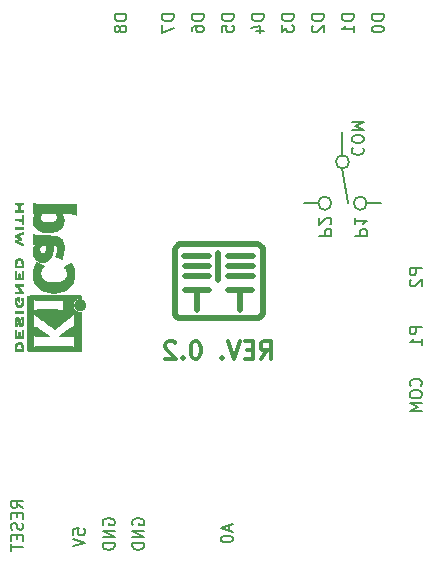
<source format=gbo>
G04 #@! TF.GenerationSoftware,KiCad,Pcbnew,(2017-11-08 revision cd21218)-HEAD*
G04 #@! TF.CreationDate,2018-02-07T13:50:02+02:00*
G04 #@! TF.ProjectId,esp8266_uno_relay,657370383236365F756E6F5F72656C61,rev?*
G04 #@! TF.SameCoordinates,Original*
G04 #@! TF.FileFunction,Legend,Bot*
G04 #@! TF.FilePolarity,Positive*
%FSLAX46Y46*%
G04 Gerber Fmt 4.6, Leading zero omitted, Abs format (unit mm)*
G04 Created by KiCad (PCBNEW (2017-11-08 revision cd21218)-HEAD) date Wed Feb  7 13:50:02 2018*
%MOMM*%
%LPD*%
G01*
G04 APERTURE LIST*
%ADD10C,0.200000*%
%ADD11C,0.300000*%
%ADD12C,0.150000*%
%ADD13C,0.010000*%
%ADD14C,0.500000*%
%ADD15C,2.200000*%
%ADD16C,3.600000*%
%ADD17C,4.600000*%
%ADD18C,2.800000*%
%ADD19O,2.000000X2.000000*%
%ADD20R,2.000000X2.000000*%
%ADD21R,2.900000X2.900000*%
%ADD22C,2.900000*%
%ADD23C,2.400000*%
G04 APERTURE END LIST*
D10*
X164559017Y-113000000D02*
G75*
G03X164559017Y-113000000I-559017J0D01*
G01*
X166059017Y-109500000D02*
G75*
G03X166059017Y-109500000I-559017J0D01*
G01*
X163547619Y-115738095D02*
X164547619Y-115738095D01*
X164547619Y-115357142D01*
X164500000Y-115261904D01*
X164452380Y-115214285D01*
X164357142Y-115166666D01*
X164214285Y-115166666D01*
X164119047Y-115214285D01*
X164071428Y-115261904D01*
X164023809Y-115357142D01*
X164023809Y-115738095D01*
X164452380Y-114785714D02*
X164500000Y-114738095D01*
X164547619Y-114642857D01*
X164547619Y-114404761D01*
X164500000Y-114309523D01*
X164452380Y-114261904D01*
X164357142Y-114214285D01*
X164261904Y-114214285D01*
X164119047Y-114261904D01*
X163547619Y-114833333D01*
X163547619Y-114214285D01*
X166547619Y-115738095D02*
X167547619Y-115738095D01*
X167547619Y-115357142D01*
X167500000Y-115261904D01*
X167452380Y-115214285D01*
X167357142Y-115166666D01*
X167214285Y-115166666D01*
X167119047Y-115214285D01*
X167071428Y-115261904D01*
X167023809Y-115357142D01*
X167023809Y-115738095D01*
X166547619Y-114214285D02*
X166547619Y-114785714D01*
X166547619Y-114500000D02*
X167547619Y-114500000D01*
X167404761Y-114595238D01*
X167309523Y-114690476D01*
X167261904Y-114785714D01*
X163500000Y-113000000D02*
X162250000Y-113000000D01*
X165500000Y-109000000D02*
X165500000Y-107000000D01*
X168750000Y-113000000D02*
X167500000Y-113000000D01*
X165500000Y-110000000D02*
X166000000Y-113000000D01*
X166392857Y-108285714D02*
X166345238Y-108333333D01*
X166297619Y-108476190D01*
X166297619Y-108571428D01*
X166345238Y-108714285D01*
X166440476Y-108809523D01*
X166535714Y-108857142D01*
X166726190Y-108904761D01*
X166869047Y-108904761D01*
X167059523Y-108857142D01*
X167154761Y-108809523D01*
X167250000Y-108714285D01*
X167297619Y-108571428D01*
X167297619Y-108476190D01*
X167250000Y-108333333D01*
X167202380Y-108285714D01*
X167297619Y-107666666D02*
X167297619Y-107476190D01*
X167250000Y-107380952D01*
X167154761Y-107285714D01*
X166964285Y-107238095D01*
X166630952Y-107238095D01*
X166440476Y-107285714D01*
X166345238Y-107380952D01*
X166297619Y-107476190D01*
X166297619Y-107666666D01*
X166345238Y-107761904D01*
X166440476Y-107857142D01*
X166630952Y-107904761D01*
X166964285Y-107904761D01*
X167154761Y-107857142D01*
X167250000Y-107761904D01*
X167297619Y-107666666D01*
X166297619Y-106809523D02*
X167297619Y-106809523D01*
X166583333Y-106476190D01*
X167297619Y-106142857D01*
X166297619Y-106142857D01*
X167559017Y-113000000D02*
G75*
G03X167559017Y-113000000I-559017J0D01*
G01*
X172202380Y-118511904D02*
X171202380Y-118511904D01*
X171202380Y-118892857D01*
X171250000Y-118988095D01*
X171297619Y-119035714D01*
X171392857Y-119083333D01*
X171535714Y-119083333D01*
X171630952Y-119035714D01*
X171678571Y-118988095D01*
X171726190Y-118892857D01*
X171726190Y-118511904D01*
X171297619Y-119464285D02*
X171250000Y-119511904D01*
X171202380Y-119607142D01*
X171202380Y-119845238D01*
X171250000Y-119940476D01*
X171297619Y-119988095D01*
X171392857Y-120035714D01*
X171488095Y-120035714D01*
X171630952Y-119988095D01*
X172202380Y-119416666D01*
X172202380Y-120035714D01*
X172202380Y-123511904D02*
X171202380Y-123511904D01*
X171202380Y-123892857D01*
X171250000Y-123988095D01*
X171297619Y-124035714D01*
X171392857Y-124083333D01*
X171535714Y-124083333D01*
X171630952Y-124035714D01*
X171678571Y-123988095D01*
X171726190Y-123892857D01*
X171726190Y-123511904D01*
X172202380Y-125035714D02*
X172202380Y-124464285D01*
X172202380Y-124750000D02*
X171202380Y-124750000D01*
X171345238Y-124654761D01*
X171440476Y-124559523D01*
X171488095Y-124464285D01*
X172107142Y-128464285D02*
X172154761Y-128416666D01*
X172202380Y-128273809D01*
X172202380Y-128178571D01*
X172154761Y-128035714D01*
X172059523Y-127940476D01*
X171964285Y-127892857D01*
X171773809Y-127845238D01*
X171630952Y-127845238D01*
X171440476Y-127892857D01*
X171345238Y-127940476D01*
X171250000Y-128035714D01*
X171202380Y-128178571D01*
X171202380Y-128273809D01*
X171250000Y-128416666D01*
X171297619Y-128464285D01*
X171202380Y-129083333D02*
X171202380Y-129273809D01*
X171250000Y-129369047D01*
X171345238Y-129464285D01*
X171535714Y-129511904D01*
X171869047Y-129511904D01*
X172059523Y-129464285D01*
X172154761Y-129369047D01*
X172202380Y-129273809D01*
X172202380Y-129083333D01*
X172154761Y-128988095D01*
X172059523Y-128892857D01*
X171869047Y-128845238D01*
X171535714Y-128845238D01*
X171345238Y-128892857D01*
X171250000Y-128988095D01*
X171202380Y-129083333D01*
X172202380Y-129940476D02*
X171202380Y-129940476D01*
X171916666Y-130273809D01*
X171202380Y-130607142D01*
X172202380Y-130607142D01*
D11*
X158571428Y-126178571D02*
X159071428Y-125464285D01*
X159428571Y-126178571D02*
X159428571Y-124678571D01*
X158857142Y-124678571D01*
X158714285Y-124750000D01*
X158642857Y-124821428D01*
X158571428Y-124964285D01*
X158571428Y-125178571D01*
X158642857Y-125321428D01*
X158714285Y-125392857D01*
X158857142Y-125464285D01*
X159428571Y-125464285D01*
X157928571Y-125392857D02*
X157428571Y-125392857D01*
X157214285Y-126178571D02*
X157928571Y-126178571D01*
X157928571Y-124678571D01*
X157214285Y-124678571D01*
X156785714Y-124678571D02*
X156285714Y-126178571D01*
X155785714Y-124678571D01*
X155285714Y-126035714D02*
X155214285Y-126107142D01*
X155285714Y-126178571D01*
X155357142Y-126107142D01*
X155285714Y-126035714D01*
X155285714Y-126178571D01*
X153142857Y-124678571D02*
X153000000Y-124678571D01*
X152857142Y-124750000D01*
X152785714Y-124821428D01*
X152714285Y-124964285D01*
X152642857Y-125250000D01*
X152642857Y-125607142D01*
X152714285Y-125892857D01*
X152785714Y-126035714D01*
X152857142Y-126107142D01*
X153000000Y-126178571D01*
X153142857Y-126178571D01*
X153285714Y-126107142D01*
X153357142Y-126035714D01*
X153428571Y-125892857D01*
X153500000Y-125607142D01*
X153500000Y-125250000D01*
X153428571Y-124964285D01*
X153357142Y-124821428D01*
X153285714Y-124750000D01*
X153142857Y-124678571D01*
X152000000Y-126035714D02*
X151928571Y-126107142D01*
X152000000Y-126178571D01*
X152071428Y-126107142D01*
X152000000Y-126035714D01*
X152000000Y-126178571D01*
X151357142Y-124821428D02*
X151285714Y-124750000D01*
X151142857Y-124678571D01*
X150785714Y-124678571D01*
X150642857Y-124750000D01*
X150571428Y-124821428D01*
X150500000Y-124964285D01*
X150500000Y-125107142D01*
X150571428Y-125321428D01*
X151428571Y-126178571D01*
X150500000Y-126178571D01*
D12*
X147750000Y-140238095D02*
X147702380Y-140142857D01*
X147702380Y-140000000D01*
X147750000Y-139857142D01*
X147845238Y-139761904D01*
X147940476Y-139714285D01*
X148130952Y-139666666D01*
X148273809Y-139666666D01*
X148464285Y-139714285D01*
X148559523Y-139761904D01*
X148654761Y-139857142D01*
X148702380Y-140000000D01*
X148702380Y-140095238D01*
X148654761Y-140238095D01*
X148607142Y-140285714D01*
X148273809Y-140285714D01*
X148273809Y-140095238D01*
X148702380Y-140714285D02*
X147702380Y-140714285D01*
X148702380Y-141285714D01*
X147702380Y-141285714D01*
X148702380Y-141761904D02*
X147702380Y-141761904D01*
X147702380Y-142000000D01*
X147750000Y-142142857D01*
X147845238Y-142238095D01*
X147940476Y-142285714D01*
X148130952Y-142333333D01*
X148273809Y-142333333D01*
X148464285Y-142285714D01*
X148559523Y-142238095D01*
X148654761Y-142142857D01*
X148702380Y-142000000D01*
X148702380Y-141761904D01*
X142702380Y-141059523D02*
X142702380Y-140583333D01*
X143178571Y-140535714D01*
X143130952Y-140583333D01*
X143083333Y-140678571D01*
X143083333Y-140916666D01*
X143130952Y-141011904D01*
X143178571Y-141059523D01*
X143273809Y-141107142D01*
X143511904Y-141107142D01*
X143607142Y-141059523D01*
X143654761Y-141011904D01*
X143702380Y-140916666D01*
X143702380Y-140678571D01*
X143654761Y-140583333D01*
X143607142Y-140535714D01*
X142702380Y-141392857D02*
X143702380Y-141726190D01*
X142702380Y-142059523D01*
X155916666Y-140285714D02*
X155916666Y-140761904D01*
X156202380Y-140190476D02*
X155202380Y-140523809D01*
X156202380Y-140857142D01*
X155202380Y-141380952D02*
X155202380Y-141476190D01*
X155250000Y-141571428D01*
X155297619Y-141619047D01*
X155392857Y-141666666D01*
X155583333Y-141714285D01*
X155821428Y-141714285D01*
X156011904Y-141666666D01*
X156107142Y-141619047D01*
X156154761Y-141571428D01*
X156202380Y-141476190D01*
X156202380Y-141380952D01*
X156154761Y-141285714D01*
X156107142Y-141238095D01*
X156011904Y-141190476D01*
X155821428Y-141142857D01*
X155583333Y-141142857D01*
X155392857Y-141190476D01*
X155297619Y-141238095D01*
X155250000Y-141285714D01*
X155202380Y-141380952D01*
X138452380Y-138797619D02*
X137976190Y-138464285D01*
X138452380Y-138226190D02*
X137452380Y-138226190D01*
X137452380Y-138607142D01*
X137500000Y-138702380D01*
X137547619Y-138750000D01*
X137642857Y-138797619D01*
X137785714Y-138797619D01*
X137880952Y-138750000D01*
X137928571Y-138702380D01*
X137976190Y-138607142D01*
X137976190Y-138226190D01*
X137928571Y-139226190D02*
X137928571Y-139559523D01*
X138452380Y-139702380D02*
X138452380Y-139226190D01*
X137452380Y-139226190D01*
X137452380Y-139702380D01*
X138404761Y-140083333D02*
X138452380Y-140226190D01*
X138452380Y-140464285D01*
X138404761Y-140559523D01*
X138357142Y-140607142D01*
X138261904Y-140654761D01*
X138166666Y-140654761D01*
X138071428Y-140607142D01*
X138023809Y-140559523D01*
X137976190Y-140464285D01*
X137928571Y-140273809D01*
X137880952Y-140178571D01*
X137833333Y-140130952D01*
X137738095Y-140083333D01*
X137642857Y-140083333D01*
X137547619Y-140130952D01*
X137500000Y-140178571D01*
X137452380Y-140273809D01*
X137452380Y-140511904D01*
X137500000Y-140654761D01*
X137928571Y-141083333D02*
X137928571Y-141416666D01*
X138452380Y-141559523D02*
X138452380Y-141083333D01*
X137452380Y-141083333D01*
X137452380Y-141559523D01*
X137452380Y-141845238D02*
X137452380Y-142416666D01*
X138452380Y-142130952D02*
X137452380Y-142130952D01*
X145250000Y-140238095D02*
X145202380Y-140142857D01*
X145202380Y-140000000D01*
X145250000Y-139857142D01*
X145345238Y-139761904D01*
X145440476Y-139714285D01*
X145630952Y-139666666D01*
X145773809Y-139666666D01*
X145964285Y-139714285D01*
X146059523Y-139761904D01*
X146154761Y-139857142D01*
X146202380Y-140000000D01*
X146202380Y-140095238D01*
X146154761Y-140238095D01*
X146107142Y-140285714D01*
X145773809Y-140285714D01*
X145773809Y-140095238D01*
X146202380Y-140714285D02*
X145202380Y-140714285D01*
X146202380Y-141285714D01*
X145202380Y-141285714D01*
X146202380Y-141761904D02*
X145202380Y-141761904D01*
X145202380Y-142000000D01*
X145250000Y-142142857D01*
X145345238Y-142238095D01*
X145440476Y-142285714D01*
X145630952Y-142333333D01*
X145773809Y-142333333D01*
X145964285Y-142285714D01*
X146059523Y-142238095D01*
X146154761Y-142142857D01*
X146202380Y-142000000D01*
X146202380Y-141761904D01*
X166442380Y-97011904D02*
X165442380Y-97011904D01*
X165442380Y-97250000D01*
X165490000Y-97392857D01*
X165585238Y-97488095D01*
X165680476Y-97535714D01*
X165870952Y-97583333D01*
X166013809Y-97583333D01*
X166204285Y-97535714D01*
X166299523Y-97488095D01*
X166394761Y-97392857D01*
X166442380Y-97250000D01*
X166442380Y-97011904D01*
X166442380Y-98535714D02*
X166442380Y-97964285D01*
X166442380Y-98250000D02*
X165442380Y-98250000D01*
X165585238Y-98154761D01*
X165680476Y-98059523D01*
X165728095Y-97964285D01*
X153742380Y-97011904D02*
X152742380Y-97011904D01*
X152742380Y-97250000D01*
X152790000Y-97392857D01*
X152885238Y-97488095D01*
X152980476Y-97535714D01*
X153170952Y-97583333D01*
X153313809Y-97583333D01*
X153504285Y-97535714D01*
X153599523Y-97488095D01*
X153694761Y-97392857D01*
X153742380Y-97250000D01*
X153742380Y-97011904D01*
X152742380Y-98440476D02*
X152742380Y-98250000D01*
X152790000Y-98154761D01*
X152837619Y-98107142D01*
X152980476Y-98011904D01*
X153170952Y-97964285D01*
X153551904Y-97964285D01*
X153647142Y-98011904D01*
X153694761Y-98059523D01*
X153742380Y-98154761D01*
X153742380Y-98345238D01*
X153694761Y-98440476D01*
X153647142Y-98488095D01*
X153551904Y-98535714D01*
X153313809Y-98535714D01*
X153218571Y-98488095D01*
X153170952Y-98440476D01*
X153123333Y-98345238D01*
X153123333Y-98154761D01*
X153170952Y-98059523D01*
X153218571Y-98011904D01*
X153313809Y-97964285D01*
X156282380Y-97011904D02*
X155282380Y-97011904D01*
X155282380Y-97250000D01*
X155330000Y-97392857D01*
X155425238Y-97488095D01*
X155520476Y-97535714D01*
X155710952Y-97583333D01*
X155853809Y-97583333D01*
X156044285Y-97535714D01*
X156139523Y-97488095D01*
X156234761Y-97392857D01*
X156282380Y-97250000D01*
X156282380Y-97011904D01*
X155282380Y-98488095D02*
X155282380Y-98011904D01*
X155758571Y-97964285D01*
X155710952Y-98011904D01*
X155663333Y-98107142D01*
X155663333Y-98345238D01*
X155710952Y-98440476D01*
X155758571Y-98488095D01*
X155853809Y-98535714D01*
X156091904Y-98535714D01*
X156187142Y-98488095D01*
X156234761Y-98440476D01*
X156282380Y-98345238D01*
X156282380Y-98107142D01*
X156234761Y-98011904D01*
X156187142Y-97964285D01*
X147202380Y-97011904D02*
X146202380Y-97011904D01*
X146202380Y-97250000D01*
X146250000Y-97392857D01*
X146345238Y-97488095D01*
X146440476Y-97535714D01*
X146630952Y-97583333D01*
X146773809Y-97583333D01*
X146964285Y-97535714D01*
X147059523Y-97488095D01*
X147154761Y-97392857D01*
X147202380Y-97250000D01*
X147202380Y-97011904D01*
X146630952Y-98154761D02*
X146583333Y-98059523D01*
X146535714Y-98011904D01*
X146440476Y-97964285D01*
X146392857Y-97964285D01*
X146297619Y-98011904D01*
X146250000Y-98059523D01*
X146202380Y-98154761D01*
X146202380Y-98345238D01*
X146250000Y-98440476D01*
X146297619Y-98488095D01*
X146392857Y-98535714D01*
X146440476Y-98535714D01*
X146535714Y-98488095D01*
X146583333Y-98440476D01*
X146630952Y-98345238D01*
X146630952Y-98154761D01*
X146678571Y-98059523D01*
X146726190Y-98011904D01*
X146821428Y-97964285D01*
X147011904Y-97964285D01*
X147107142Y-98011904D01*
X147154761Y-98059523D01*
X147202380Y-98154761D01*
X147202380Y-98345238D01*
X147154761Y-98440476D01*
X147107142Y-98488095D01*
X147011904Y-98535714D01*
X146821428Y-98535714D01*
X146726190Y-98488095D01*
X146678571Y-98440476D01*
X146630952Y-98345238D01*
X161362380Y-97011904D02*
X160362380Y-97011904D01*
X160362380Y-97250000D01*
X160410000Y-97392857D01*
X160505238Y-97488095D01*
X160600476Y-97535714D01*
X160790952Y-97583333D01*
X160933809Y-97583333D01*
X161124285Y-97535714D01*
X161219523Y-97488095D01*
X161314761Y-97392857D01*
X161362380Y-97250000D01*
X161362380Y-97011904D01*
X160362380Y-97916666D02*
X160362380Y-98535714D01*
X160743333Y-98202380D01*
X160743333Y-98345238D01*
X160790952Y-98440476D01*
X160838571Y-98488095D01*
X160933809Y-98535714D01*
X161171904Y-98535714D01*
X161267142Y-98488095D01*
X161314761Y-98440476D01*
X161362380Y-98345238D01*
X161362380Y-98059523D01*
X161314761Y-97964285D01*
X161267142Y-97916666D01*
X168982380Y-97011904D02*
X167982380Y-97011904D01*
X167982380Y-97250000D01*
X168030000Y-97392857D01*
X168125238Y-97488095D01*
X168220476Y-97535714D01*
X168410952Y-97583333D01*
X168553809Y-97583333D01*
X168744285Y-97535714D01*
X168839523Y-97488095D01*
X168934761Y-97392857D01*
X168982380Y-97250000D01*
X168982380Y-97011904D01*
X167982380Y-98202380D02*
X167982380Y-98297619D01*
X168030000Y-98392857D01*
X168077619Y-98440476D01*
X168172857Y-98488095D01*
X168363333Y-98535714D01*
X168601428Y-98535714D01*
X168791904Y-98488095D01*
X168887142Y-98440476D01*
X168934761Y-98392857D01*
X168982380Y-98297619D01*
X168982380Y-98202380D01*
X168934761Y-98107142D01*
X168887142Y-98059523D01*
X168791904Y-98011904D01*
X168601428Y-97964285D01*
X168363333Y-97964285D01*
X168172857Y-98011904D01*
X168077619Y-98059523D01*
X168030000Y-98107142D01*
X167982380Y-98202380D01*
X163902380Y-97011904D02*
X162902380Y-97011904D01*
X162902380Y-97250000D01*
X162950000Y-97392857D01*
X163045238Y-97488095D01*
X163140476Y-97535714D01*
X163330952Y-97583333D01*
X163473809Y-97583333D01*
X163664285Y-97535714D01*
X163759523Y-97488095D01*
X163854761Y-97392857D01*
X163902380Y-97250000D01*
X163902380Y-97011904D01*
X162997619Y-97964285D02*
X162950000Y-98011904D01*
X162902380Y-98107142D01*
X162902380Y-98345238D01*
X162950000Y-98440476D01*
X162997619Y-98488095D01*
X163092857Y-98535714D01*
X163188095Y-98535714D01*
X163330952Y-98488095D01*
X163902380Y-97916666D01*
X163902380Y-98535714D01*
X158822380Y-97011904D02*
X157822380Y-97011904D01*
X157822380Y-97250000D01*
X157870000Y-97392857D01*
X157965238Y-97488095D01*
X158060476Y-97535714D01*
X158250952Y-97583333D01*
X158393809Y-97583333D01*
X158584285Y-97535714D01*
X158679523Y-97488095D01*
X158774761Y-97392857D01*
X158822380Y-97250000D01*
X158822380Y-97011904D01*
X158155714Y-98440476D02*
X158822380Y-98440476D01*
X157774761Y-98202380D02*
X158489047Y-97964285D01*
X158489047Y-98583333D01*
X151202380Y-97011904D02*
X150202380Y-97011904D01*
X150202380Y-97250000D01*
X150250000Y-97392857D01*
X150345238Y-97488095D01*
X150440476Y-97535714D01*
X150630952Y-97583333D01*
X150773809Y-97583333D01*
X150964285Y-97535714D01*
X151059523Y-97488095D01*
X151154761Y-97392857D01*
X151202380Y-97250000D01*
X151202380Y-97011904D01*
X150202380Y-97916666D02*
X150202380Y-98583333D01*
X151202380Y-98154761D01*
D13*
G36*
X143723429Y-121523043D02*
X143699191Y-121426768D01*
X143656359Y-121340184D01*
X143596581Y-121265373D01*
X143521506Y-121204418D01*
X143432780Y-121159399D01*
X143336470Y-121133136D01*
X143239205Y-121127286D01*
X143145346Y-121142140D01*
X143057489Y-121175840D01*
X142978230Y-121226528D01*
X142910164Y-121292345D01*
X142855888Y-121371434D01*
X142817998Y-121461934D01*
X142805574Y-121513200D01*
X142798053Y-121557698D01*
X142795081Y-121591999D01*
X142796906Y-121624960D01*
X142803775Y-121665434D01*
X142810750Y-121698531D01*
X142842259Y-121791947D01*
X142893383Y-121875619D01*
X142962571Y-121947665D01*
X143048272Y-122006200D01*
X143075511Y-122020148D01*
X143111878Y-122036586D01*
X143142418Y-122046894D01*
X143174550Y-122052460D01*
X143215693Y-122054669D01*
X143261778Y-122054948D01*
X143346135Y-122050861D01*
X143415414Y-122037446D01*
X143476039Y-122012256D01*
X143534433Y-121972846D01*
X143578698Y-121934298D01*
X143644516Y-121862406D01*
X143689947Y-121787313D01*
X143717150Y-121704562D01*
X143727424Y-121626928D01*
X143723429Y-121523043D01*
X143723429Y-121523043D01*
G37*
X143723429Y-121523043D02*
X143699191Y-121426768D01*
X143656359Y-121340184D01*
X143596581Y-121265373D01*
X143521506Y-121204418D01*
X143432780Y-121159399D01*
X143336470Y-121133136D01*
X143239205Y-121127286D01*
X143145346Y-121142140D01*
X143057489Y-121175840D01*
X142978230Y-121226528D01*
X142910164Y-121292345D01*
X142855888Y-121371434D01*
X142817998Y-121461934D01*
X142805574Y-121513200D01*
X142798053Y-121557698D01*
X142795081Y-121591999D01*
X142796906Y-121624960D01*
X142803775Y-121665434D01*
X142810750Y-121698531D01*
X142842259Y-121791947D01*
X142893383Y-121875619D01*
X142962571Y-121947665D01*
X143048272Y-122006200D01*
X143075511Y-122020148D01*
X143111878Y-122036586D01*
X143142418Y-122046894D01*
X143174550Y-122052460D01*
X143215693Y-122054669D01*
X143261778Y-122054948D01*
X143346135Y-122050861D01*
X143415414Y-122037446D01*
X143476039Y-122012256D01*
X143534433Y-121972846D01*
X143578698Y-121934298D01*
X143644516Y-121862406D01*
X143689947Y-121787313D01*
X143717150Y-121704562D01*
X143727424Y-121626928D01*
X143723429Y-121523043D01*
G36*
X141277755Y-113063493D02*
X141043338Y-113063474D01*
X140830397Y-113063448D01*
X140637832Y-113063375D01*
X140464541Y-113063218D01*
X140309424Y-113062936D01*
X140171380Y-113062491D01*
X140049308Y-113061844D01*
X139942106Y-113060955D01*
X139848674Y-113059787D01*
X139767910Y-113058299D01*
X139698714Y-113056454D01*
X139639985Y-113054211D01*
X139590621Y-113051531D01*
X139549522Y-113048377D01*
X139515587Y-113044708D01*
X139487714Y-113040487D01*
X139464802Y-113035673D01*
X139445751Y-113030227D01*
X139429460Y-113024112D01*
X139414827Y-113017288D01*
X139400751Y-113009715D01*
X139386132Y-113001355D01*
X139377026Y-112996161D01*
X139316311Y-112961896D01*
X139316311Y-113820045D01*
X139412267Y-113820045D01*
X139455630Y-113820776D01*
X139488795Y-113822728D01*
X139506576Y-113825537D01*
X139508222Y-113826779D01*
X139501338Y-113838201D01*
X139483495Y-113860916D01*
X139464121Y-113883615D01*
X139423386Y-113938200D01*
X139382383Y-114007679D01*
X139344877Y-114084730D01*
X139314636Y-114162035D01*
X139304988Y-114192887D01*
X139290422Y-114261384D01*
X139280461Y-114344236D01*
X139275417Y-114433629D01*
X139275604Y-114521752D01*
X139281334Y-114600793D01*
X139287142Y-114638489D01*
X139325203Y-114776586D01*
X139382927Y-114903887D01*
X139459789Y-115019708D01*
X139555261Y-115123363D01*
X139668821Y-115214167D01*
X139779619Y-115280969D01*
X139896375Y-115335836D01*
X140015724Y-115377837D01*
X140141717Y-115407833D01*
X140278406Y-115426689D01*
X140429842Y-115435268D01*
X140507289Y-115435994D01*
X140564066Y-115433900D01*
X140564066Y-114604783D01*
X140470998Y-114604576D01*
X140383308Y-114601663D01*
X140306228Y-114596000D01*
X140244991Y-114587545D01*
X140232650Y-114584962D01*
X140125367Y-114553160D01*
X140038342Y-114511502D01*
X139971358Y-114459637D01*
X139924195Y-114397219D01*
X139896635Y-114323900D01*
X139888459Y-114239331D01*
X139899449Y-114143165D01*
X139915171Y-114079689D01*
X139933361Y-114030546D01*
X139959209Y-113976417D01*
X139982911Y-113935756D01*
X140029279Y-113865200D01*
X141179470Y-113865200D01*
X141223038Y-113932608D01*
X141263960Y-114011133D01*
X141290611Y-114095319D01*
X141302535Y-114180443D01*
X141299278Y-114261784D01*
X141280385Y-114334620D01*
X141264816Y-114366574D01*
X141221819Y-114424499D01*
X141165047Y-114473456D01*
X141092425Y-114514610D01*
X141001879Y-114549126D01*
X140891334Y-114578167D01*
X140885467Y-114579448D01*
X140823212Y-114589619D01*
X140745406Y-114597261D01*
X140657280Y-114602330D01*
X140564066Y-114604783D01*
X140564066Y-115433900D01*
X140720105Y-115428143D01*
X140915941Y-115406198D01*
X141094668Y-115370214D01*
X141256155Y-115320241D01*
X141400274Y-115256332D01*
X141526894Y-115178538D01*
X141635885Y-115086911D01*
X141727117Y-114981503D01*
X141758068Y-114936338D01*
X141814215Y-114835389D01*
X141853826Y-114732099D01*
X141877986Y-114622011D01*
X141887781Y-114500670D01*
X141886735Y-114408164D01*
X141875769Y-114278510D01*
X141853954Y-114165916D01*
X141820286Y-114067125D01*
X141773764Y-113978879D01*
X141739552Y-113930014D01*
X141717638Y-113900647D01*
X141702667Y-113878957D01*
X141698267Y-113870747D01*
X141709096Y-113869132D01*
X141739749Y-113867841D01*
X141787474Y-113866862D01*
X141849521Y-113866183D01*
X141923138Y-113865790D01*
X142005573Y-113865670D01*
X142094075Y-113865812D01*
X142185893Y-113866203D01*
X142278276Y-113866829D01*
X142368472Y-113867680D01*
X142453729Y-113868740D01*
X142531297Y-113869999D01*
X142598424Y-113871444D01*
X142652359Y-113873062D01*
X142690350Y-113874839D01*
X142697333Y-113875331D01*
X142767749Y-113882908D01*
X142822898Y-113894469D01*
X142870019Y-113912208D01*
X142916353Y-113938318D01*
X142925933Y-113944585D01*
X142962622Y-113969017D01*
X142962622Y-113063689D01*
X141277755Y-113063493D01*
X141277755Y-113063493D01*
G37*
X141277755Y-113063493D02*
X141043338Y-113063474D01*
X140830397Y-113063448D01*
X140637832Y-113063375D01*
X140464541Y-113063218D01*
X140309424Y-113062936D01*
X140171380Y-113062491D01*
X140049308Y-113061844D01*
X139942106Y-113060955D01*
X139848674Y-113059787D01*
X139767910Y-113058299D01*
X139698714Y-113056454D01*
X139639985Y-113054211D01*
X139590621Y-113051531D01*
X139549522Y-113048377D01*
X139515587Y-113044708D01*
X139487714Y-113040487D01*
X139464802Y-113035673D01*
X139445751Y-113030227D01*
X139429460Y-113024112D01*
X139414827Y-113017288D01*
X139400751Y-113009715D01*
X139386132Y-113001355D01*
X139377026Y-112996161D01*
X139316311Y-112961896D01*
X139316311Y-113820045D01*
X139412267Y-113820045D01*
X139455630Y-113820776D01*
X139488795Y-113822728D01*
X139506576Y-113825537D01*
X139508222Y-113826779D01*
X139501338Y-113838201D01*
X139483495Y-113860916D01*
X139464121Y-113883615D01*
X139423386Y-113938200D01*
X139382383Y-114007679D01*
X139344877Y-114084730D01*
X139314636Y-114162035D01*
X139304988Y-114192887D01*
X139290422Y-114261384D01*
X139280461Y-114344236D01*
X139275417Y-114433629D01*
X139275604Y-114521752D01*
X139281334Y-114600793D01*
X139287142Y-114638489D01*
X139325203Y-114776586D01*
X139382927Y-114903887D01*
X139459789Y-115019708D01*
X139555261Y-115123363D01*
X139668821Y-115214167D01*
X139779619Y-115280969D01*
X139896375Y-115335836D01*
X140015724Y-115377837D01*
X140141717Y-115407833D01*
X140278406Y-115426689D01*
X140429842Y-115435268D01*
X140507289Y-115435994D01*
X140564066Y-115433900D01*
X140564066Y-114604783D01*
X140470998Y-114604576D01*
X140383308Y-114601663D01*
X140306228Y-114596000D01*
X140244991Y-114587545D01*
X140232650Y-114584962D01*
X140125367Y-114553160D01*
X140038342Y-114511502D01*
X139971358Y-114459637D01*
X139924195Y-114397219D01*
X139896635Y-114323900D01*
X139888459Y-114239331D01*
X139899449Y-114143165D01*
X139915171Y-114079689D01*
X139933361Y-114030546D01*
X139959209Y-113976417D01*
X139982911Y-113935756D01*
X140029279Y-113865200D01*
X141179470Y-113865200D01*
X141223038Y-113932608D01*
X141263960Y-114011133D01*
X141290611Y-114095319D01*
X141302535Y-114180443D01*
X141299278Y-114261784D01*
X141280385Y-114334620D01*
X141264816Y-114366574D01*
X141221819Y-114424499D01*
X141165047Y-114473456D01*
X141092425Y-114514610D01*
X141001879Y-114549126D01*
X140891334Y-114578167D01*
X140885467Y-114579448D01*
X140823212Y-114589619D01*
X140745406Y-114597261D01*
X140657280Y-114602330D01*
X140564066Y-114604783D01*
X140564066Y-115433900D01*
X140720105Y-115428143D01*
X140915941Y-115406198D01*
X141094668Y-115370214D01*
X141256155Y-115320241D01*
X141400274Y-115256332D01*
X141526894Y-115178538D01*
X141635885Y-115086911D01*
X141727117Y-114981503D01*
X141758068Y-114936338D01*
X141814215Y-114835389D01*
X141853826Y-114732099D01*
X141877986Y-114622011D01*
X141887781Y-114500670D01*
X141886735Y-114408164D01*
X141875769Y-114278510D01*
X141853954Y-114165916D01*
X141820286Y-114067125D01*
X141773764Y-113978879D01*
X141739552Y-113930014D01*
X141717638Y-113900647D01*
X141702667Y-113878957D01*
X141698267Y-113870747D01*
X141709096Y-113869132D01*
X141739749Y-113867841D01*
X141787474Y-113866862D01*
X141849521Y-113866183D01*
X141923138Y-113865790D01*
X142005573Y-113865670D01*
X142094075Y-113865812D01*
X142185893Y-113866203D01*
X142278276Y-113866829D01*
X142368472Y-113867680D01*
X142453729Y-113868740D01*
X142531297Y-113869999D01*
X142598424Y-113871444D01*
X142652359Y-113873062D01*
X142690350Y-113874839D01*
X142697333Y-113875331D01*
X142767749Y-113882908D01*
X142822898Y-113894469D01*
X142870019Y-113912208D01*
X142916353Y-113938318D01*
X142925933Y-113944585D01*
X142962622Y-113969017D01*
X142962622Y-113063689D01*
X141277755Y-113063493D01*
G36*
X141883448Y-116576426D02*
X141863433Y-116424508D01*
X141829798Y-116289244D01*
X141782275Y-116169761D01*
X141720595Y-116065185D01*
X141657035Y-115987576D01*
X141582901Y-115918735D01*
X141503129Y-115864994D01*
X141410909Y-115822090D01*
X141367839Y-115806616D01*
X141328858Y-115793756D01*
X141292711Y-115782554D01*
X141257566Y-115772880D01*
X141221590Y-115764604D01*
X141182950Y-115757597D01*
X141139815Y-115751728D01*
X141090351Y-115746869D01*
X141032727Y-115742890D01*
X140965109Y-115739660D01*
X140885666Y-115737051D01*
X140792564Y-115734933D01*
X140683973Y-115733176D01*
X140558058Y-115731651D01*
X140412988Y-115730228D01*
X140270222Y-115728975D01*
X140114032Y-115727649D01*
X139978761Y-115726444D01*
X139862754Y-115725234D01*
X139764355Y-115723894D01*
X139681907Y-115722300D01*
X139613754Y-115720325D01*
X139558240Y-115717844D01*
X139513708Y-115714731D01*
X139478502Y-115710862D01*
X139450966Y-115706111D01*
X139429444Y-115700352D01*
X139412278Y-115693461D01*
X139397814Y-115685311D01*
X139384394Y-115675777D01*
X139370362Y-115664734D01*
X139364929Y-115660434D01*
X139342090Y-115644614D01*
X139326537Y-115637578D01*
X139326078Y-115637556D01*
X139323879Y-115648433D01*
X139321853Y-115679418D01*
X139320058Y-115728043D01*
X139318549Y-115791837D01*
X139317384Y-115868331D01*
X139316620Y-115955056D01*
X139316314Y-116049543D01*
X139316311Y-116060450D01*
X139316311Y-116483343D01*
X139412378Y-116486605D01*
X139508444Y-116489867D01*
X139457457Y-116551956D01*
X139389943Y-116649286D01*
X139335251Y-116759187D01*
X139305022Y-116845651D01*
X139290334Y-116914722D01*
X139280341Y-116998075D01*
X139275354Y-117087841D01*
X139275687Y-117176155D01*
X139281649Y-117255149D01*
X139287362Y-117291378D01*
X139325224Y-117431397D01*
X139380068Y-117557822D01*
X139451076Y-117669740D01*
X139537432Y-117766238D01*
X139638321Y-117846400D01*
X139752924Y-117909313D01*
X139879016Y-117953688D01*
X139935599Y-117966022D01*
X139997798Y-117973632D01*
X140072637Y-117977261D01*
X140106533Y-117977755D01*
X140109718Y-117977690D01*
X140109718Y-117217752D01*
X140034667Y-117208459D01*
X139970840Y-117180272D01*
X139915202Y-117131803D01*
X139910789Y-117126746D01*
X139875963Y-117078452D01*
X139853380Y-117026743D01*
X139841460Y-116966011D01*
X139838617Y-116890648D01*
X139839022Y-116872541D01*
X139841675Y-116818722D01*
X139847091Y-116778692D01*
X139857255Y-116743676D01*
X139874150Y-116704897D01*
X139879328Y-116694255D01*
X139915156Y-116633604D01*
X139957788Y-116586785D01*
X139973027Y-116574048D01*
X140029538Y-116529378D01*
X140225414Y-116529378D01*
X140304061Y-116529914D01*
X140362012Y-116531604D01*
X140401125Y-116534572D01*
X140423259Y-116538943D01*
X140429726Y-116543028D01*
X140432889Y-116558953D01*
X140435512Y-116592736D01*
X140437345Y-116639660D01*
X140438143Y-116695007D01*
X140438158Y-116703894D01*
X140432904Y-116824670D01*
X140416737Y-116927340D01*
X140389039Y-117013894D01*
X140349192Y-117086319D01*
X140302242Y-117141249D01*
X140244355Y-117185796D01*
X140181307Y-117210520D01*
X140109718Y-117217752D01*
X140109718Y-117977690D01*
X140200288Y-117975822D01*
X140279188Y-117967478D01*
X140350410Y-117951232D01*
X140421136Y-117925595D01*
X140473507Y-117901599D01*
X140568804Y-117842980D01*
X140656830Y-117764883D01*
X140735983Y-117669685D01*
X140804660Y-117559762D01*
X140861259Y-117437490D01*
X140904179Y-117305245D01*
X140919118Y-117240578D01*
X140941223Y-117104396D01*
X140955806Y-116955951D01*
X140962187Y-116804495D01*
X140960555Y-116677936D01*
X140953776Y-116516050D01*
X141012755Y-116523470D01*
X141111908Y-116542762D01*
X141192628Y-116573896D01*
X141255534Y-116617731D01*
X141301244Y-116675129D01*
X141330378Y-116746952D01*
X141343553Y-116834059D01*
X141341389Y-116937314D01*
X141337388Y-116975289D01*
X141312220Y-117116480D01*
X141271186Y-117253293D01*
X141233185Y-117347822D01*
X141213810Y-117392982D01*
X141198240Y-117431415D01*
X141188595Y-117457766D01*
X141186548Y-117465454D01*
X141195626Y-117475198D01*
X141224595Y-117491917D01*
X141273783Y-117515768D01*
X141343516Y-117546907D01*
X141434121Y-117585493D01*
X141449911Y-117592090D01*
X141522228Y-117622147D01*
X141587575Y-117649126D01*
X141643094Y-117671864D01*
X141685928Y-117689194D01*
X141713219Y-117699952D01*
X141722058Y-117703059D01*
X141726813Y-117693060D01*
X141732090Y-117666783D01*
X141735769Y-117638511D01*
X141740526Y-117608354D01*
X141749972Y-117560567D01*
X141763180Y-117499388D01*
X141779224Y-117429054D01*
X141797180Y-117353806D01*
X141804203Y-117325245D01*
X141829791Y-117220184D01*
X141849853Y-117132520D01*
X141865031Y-117057932D01*
X141875965Y-116992097D01*
X141883296Y-116930693D01*
X141887665Y-116869398D01*
X141889713Y-116803890D01*
X141890111Y-116745872D01*
X141883448Y-116576426D01*
X141883448Y-116576426D01*
G37*
X141883448Y-116576426D02*
X141863433Y-116424508D01*
X141829798Y-116289244D01*
X141782275Y-116169761D01*
X141720595Y-116065185D01*
X141657035Y-115987576D01*
X141582901Y-115918735D01*
X141503129Y-115864994D01*
X141410909Y-115822090D01*
X141367839Y-115806616D01*
X141328858Y-115793756D01*
X141292711Y-115782554D01*
X141257566Y-115772880D01*
X141221590Y-115764604D01*
X141182950Y-115757597D01*
X141139815Y-115751728D01*
X141090351Y-115746869D01*
X141032727Y-115742890D01*
X140965109Y-115739660D01*
X140885666Y-115737051D01*
X140792564Y-115734933D01*
X140683973Y-115733176D01*
X140558058Y-115731651D01*
X140412988Y-115730228D01*
X140270222Y-115728975D01*
X140114032Y-115727649D01*
X139978761Y-115726444D01*
X139862754Y-115725234D01*
X139764355Y-115723894D01*
X139681907Y-115722300D01*
X139613754Y-115720325D01*
X139558240Y-115717844D01*
X139513708Y-115714731D01*
X139478502Y-115710862D01*
X139450966Y-115706111D01*
X139429444Y-115700352D01*
X139412278Y-115693461D01*
X139397814Y-115685311D01*
X139384394Y-115675777D01*
X139370362Y-115664734D01*
X139364929Y-115660434D01*
X139342090Y-115644614D01*
X139326537Y-115637578D01*
X139326078Y-115637556D01*
X139323879Y-115648433D01*
X139321853Y-115679418D01*
X139320058Y-115728043D01*
X139318549Y-115791837D01*
X139317384Y-115868331D01*
X139316620Y-115955056D01*
X139316314Y-116049543D01*
X139316311Y-116060450D01*
X139316311Y-116483343D01*
X139412378Y-116486605D01*
X139508444Y-116489867D01*
X139457457Y-116551956D01*
X139389943Y-116649286D01*
X139335251Y-116759187D01*
X139305022Y-116845651D01*
X139290334Y-116914722D01*
X139280341Y-116998075D01*
X139275354Y-117087841D01*
X139275687Y-117176155D01*
X139281649Y-117255149D01*
X139287362Y-117291378D01*
X139325224Y-117431397D01*
X139380068Y-117557822D01*
X139451076Y-117669740D01*
X139537432Y-117766238D01*
X139638321Y-117846400D01*
X139752924Y-117909313D01*
X139879016Y-117953688D01*
X139935599Y-117966022D01*
X139997798Y-117973632D01*
X140072637Y-117977261D01*
X140106533Y-117977755D01*
X140109718Y-117977690D01*
X140109718Y-117217752D01*
X140034667Y-117208459D01*
X139970840Y-117180272D01*
X139915202Y-117131803D01*
X139910789Y-117126746D01*
X139875963Y-117078452D01*
X139853380Y-117026743D01*
X139841460Y-116966011D01*
X139838617Y-116890648D01*
X139839022Y-116872541D01*
X139841675Y-116818722D01*
X139847091Y-116778692D01*
X139857255Y-116743676D01*
X139874150Y-116704897D01*
X139879328Y-116694255D01*
X139915156Y-116633604D01*
X139957788Y-116586785D01*
X139973027Y-116574048D01*
X140029538Y-116529378D01*
X140225414Y-116529378D01*
X140304061Y-116529914D01*
X140362012Y-116531604D01*
X140401125Y-116534572D01*
X140423259Y-116538943D01*
X140429726Y-116543028D01*
X140432889Y-116558953D01*
X140435512Y-116592736D01*
X140437345Y-116639660D01*
X140438143Y-116695007D01*
X140438158Y-116703894D01*
X140432904Y-116824670D01*
X140416737Y-116927340D01*
X140389039Y-117013894D01*
X140349192Y-117086319D01*
X140302242Y-117141249D01*
X140244355Y-117185796D01*
X140181307Y-117210520D01*
X140109718Y-117217752D01*
X140109718Y-117977690D01*
X140200288Y-117975822D01*
X140279188Y-117967478D01*
X140350410Y-117951232D01*
X140421136Y-117925595D01*
X140473507Y-117901599D01*
X140568804Y-117842980D01*
X140656830Y-117764883D01*
X140735983Y-117669685D01*
X140804660Y-117559762D01*
X140861259Y-117437490D01*
X140904179Y-117305245D01*
X140919118Y-117240578D01*
X140941223Y-117104396D01*
X140955806Y-116955951D01*
X140962187Y-116804495D01*
X140960555Y-116677936D01*
X140953776Y-116516050D01*
X141012755Y-116523470D01*
X141111908Y-116542762D01*
X141192628Y-116573896D01*
X141255534Y-116617731D01*
X141301244Y-116675129D01*
X141330378Y-116746952D01*
X141343553Y-116834059D01*
X141341389Y-116937314D01*
X141337388Y-116975289D01*
X141312220Y-117116480D01*
X141271186Y-117253293D01*
X141233185Y-117347822D01*
X141213810Y-117392982D01*
X141198240Y-117431415D01*
X141188595Y-117457766D01*
X141186548Y-117465454D01*
X141195626Y-117475198D01*
X141224595Y-117491917D01*
X141273783Y-117515768D01*
X141343516Y-117546907D01*
X141434121Y-117585493D01*
X141449911Y-117592090D01*
X141522228Y-117622147D01*
X141587575Y-117649126D01*
X141643094Y-117671864D01*
X141685928Y-117689194D01*
X141713219Y-117699952D01*
X141722058Y-117703059D01*
X141726813Y-117693060D01*
X141732090Y-117666783D01*
X141735769Y-117638511D01*
X141740526Y-117608354D01*
X141749972Y-117560567D01*
X141763180Y-117499388D01*
X141779224Y-117429054D01*
X141797180Y-117353806D01*
X141804203Y-117325245D01*
X141829791Y-117220184D01*
X141849853Y-117132520D01*
X141865031Y-117057932D01*
X141875965Y-116992097D01*
X141883296Y-116930693D01*
X141887665Y-116869398D01*
X141889713Y-116803890D01*
X141890111Y-116745872D01*
X141883448Y-116576426D01*
G36*
X142800929Y-118921571D02*
X142779755Y-118761430D01*
X142739615Y-118597490D01*
X142680111Y-118427687D01*
X142600846Y-118249957D01*
X142595301Y-118238690D01*
X142567275Y-118180995D01*
X142543198Y-118129448D01*
X142524751Y-118087809D01*
X142513614Y-118059838D01*
X142511067Y-118050267D01*
X142506059Y-118031050D01*
X142501853Y-118026439D01*
X142491420Y-118031542D01*
X142465132Y-118047582D01*
X142425743Y-118072712D01*
X142376009Y-118105086D01*
X142318685Y-118142857D01*
X142256524Y-118184178D01*
X142192282Y-118227202D01*
X142128715Y-118270083D01*
X142068575Y-118310974D01*
X142014620Y-118348029D01*
X141969603Y-118379400D01*
X141936279Y-118403241D01*
X141917403Y-118417706D01*
X141915213Y-118419691D01*
X141919862Y-118429809D01*
X141937038Y-118452150D01*
X141963560Y-118482720D01*
X141978036Y-118498464D01*
X142053318Y-118594953D01*
X142108759Y-118701664D01*
X142143859Y-118817168D01*
X142158120Y-118940038D01*
X142156949Y-119009439D01*
X142139788Y-119130577D01*
X142103906Y-119239795D01*
X142049041Y-119337418D01*
X141974930Y-119423772D01*
X141881312Y-119499185D01*
X141767924Y-119563982D01*
X141681333Y-119601399D01*
X141545634Y-119645252D01*
X141398150Y-119677572D01*
X141242686Y-119698443D01*
X141083044Y-119707949D01*
X140923027Y-119706173D01*
X140766439Y-119693197D01*
X140617082Y-119669106D01*
X140478760Y-119633982D01*
X140355276Y-119587908D01*
X140321022Y-119571627D01*
X140206936Y-119503380D01*
X140110443Y-119422921D01*
X140032330Y-119331430D01*
X139973383Y-119230089D01*
X139934388Y-119120080D01*
X139916132Y-119002585D01*
X139914789Y-118961117D01*
X139925710Y-118839559D01*
X139958526Y-118719122D01*
X140012561Y-118601334D01*
X140087135Y-118487723D01*
X140165461Y-118396315D01*
X140209992Y-118349785D01*
X139912729Y-118168517D01*
X139838567Y-118123420D01*
X139770354Y-118082181D01*
X139710541Y-118046265D01*
X139661580Y-118017134D01*
X139625921Y-117996250D01*
X139606016Y-117985076D01*
X139602921Y-117983625D01*
X139593282Y-117991854D01*
X139576001Y-118017433D01*
X139552717Y-118057127D01*
X139525066Y-118107703D01*
X139494685Y-118165926D01*
X139463210Y-118228563D01*
X139432278Y-118292379D01*
X139403527Y-118354140D01*
X139378592Y-118410612D01*
X139359111Y-118458562D01*
X139350682Y-118482014D01*
X139312867Y-118615779D01*
X139287864Y-118753673D01*
X139274860Y-118901378D01*
X139272532Y-119028167D01*
X139273627Y-119096122D01*
X139275725Y-119161723D01*
X139278566Y-119219153D01*
X139281894Y-119262597D01*
X139283578Y-119276702D01*
X139312413Y-119415716D01*
X139357532Y-119557243D01*
X139416250Y-119694725D01*
X139485880Y-119821606D01*
X139538559Y-119899111D01*
X139646761Y-120026519D01*
X139773329Y-120144822D01*
X139915134Y-120251828D01*
X140069049Y-120345348D01*
X140231947Y-120423190D01*
X140349244Y-120467044D01*
X140532872Y-120517292D01*
X140727419Y-120550791D01*
X140928675Y-120567551D01*
X141132432Y-120567584D01*
X141334479Y-120550899D01*
X141530608Y-120517507D01*
X141716609Y-120467420D01*
X141728197Y-120463603D01*
X141890250Y-120400719D01*
X142038168Y-120323972D01*
X142176135Y-120230758D01*
X142308339Y-120118473D01*
X142353601Y-120074608D01*
X142477543Y-119938466D01*
X142580085Y-119798509D01*
X142662344Y-119652589D01*
X142725436Y-119498558D01*
X142770477Y-119334268D01*
X142787967Y-119238711D01*
X142803534Y-119079977D01*
X142800929Y-118921571D01*
X142800929Y-118921571D01*
G37*
X142800929Y-118921571D02*
X142779755Y-118761430D01*
X142739615Y-118597490D01*
X142680111Y-118427687D01*
X142600846Y-118249957D01*
X142595301Y-118238690D01*
X142567275Y-118180995D01*
X142543198Y-118129448D01*
X142524751Y-118087809D01*
X142513614Y-118059838D01*
X142511067Y-118050267D01*
X142506059Y-118031050D01*
X142501853Y-118026439D01*
X142491420Y-118031542D01*
X142465132Y-118047582D01*
X142425743Y-118072712D01*
X142376009Y-118105086D01*
X142318685Y-118142857D01*
X142256524Y-118184178D01*
X142192282Y-118227202D01*
X142128715Y-118270083D01*
X142068575Y-118310974D01*
X142014620Y-118348029D01*
X141969603Y-118379400D01*
X141936279Y-118403241D01*
X141917403Y-118417706D01*
X141915213Y-118419691D01*
X141919862Y-118429809D01*
X141937038Y-118452150D01*
X141963560Y-118482720D01*
X141978036Y-118498464D01*
X142053318Y-118594953D01*
X142108759Y-118701664D01*
X142143859Y-118817168D01*
X142158120Y-118940038D01*
X142156949Y-119009439D01*
X142139788Y-119130577D01*
X142103906Y-119239795D01*
X142049041Y-119337418D01*
X141974930Y-119423772D01*
X141881312Y-119499185D01*
X141767924Y-119563982D01*
X141681333Y-119601399D01*
X141545634Y-119645252D01*
X141398150Y-119677572D01*
X141242686Y-119698443D01*
X141083044Y-119707949D01*
X140923027Y-119706173D01*
X140766439Y-119693197D01*
X140617082Y-119669106D01*
X140478760Y-119633982D01*
X140355276Y-119587908D01*
X140321022Y-119571627D01*
X140206936Y-119503380D01*
X140110443Y-119422921D01*
X140032330Y-119331430D01*
X139973383Y-119230089D01*
X139934388Y-119120080D01*
X139916132Y-119002585D01*
X139914789Y-118961117D01*
X139925710Y-118839559D01*
X139958526Y-118719122D01*
X140012561Y-118601334D01*
X140087135Y-118487723D01*
X140165461Y-118396315D01*
X140209992Y-118349785D01*
X139912729Y-118168517D01*
X139838567Y-118123420D01*
X139770354Y-118082181D01*
X139710541Y-118046265D01*
X139661580Y-118017134D01*
X139625921Y-117996250D01*
X139606016Y-117985076D01*
X139602921Y-117983625D01*
X139593282Y-117991854D01*
X139576001Y-118017433D01*
X139552717Y-118057127D01*
X139525066Y-118107703D01*
X139494685Y-118165926D01*
X139463210Y-118228563D01*
X139432278Y-118292379D01*
X139403527Y-118354140D01*
X139378592Y-118410612D01*
X139359111Y-118458562D01*
X139350682Y-118482014D01*
X139312867Y-118615779D01*
X139287864Y-118753673D01*
X139274860Y-118901378D01*
X139272532Y-119028167D01*
X139273627Y-119096122D01*
X139275725Y-119161723D01*
X139278566Y-119219153D01*
X139281894Y-119262597D01*
X139283578Y-119276702D01*
X139312413Y-119415716D01*
X139357532Y-119557243D01*
X139416250Y-119694725D01*
X139485880Y-119821606D01*
X139538559Y-119899111D01*
X139646761Y-120026519D01*
X139773329Y-120144822D01*
X139915134Y-120251828D01*
X140069049Y-120345348D01*
X140231947Y-120423190D01*
X140349244Y-120467044D01*
X140532872Y-120517292D01*
X140727419Y-120550791D01*
X140928675Y-120567551D01*
X141132432Y-120567584D01*
X141334479Y-120550899D01*
X141530608Y-120517507D01*
X141716609Y-120467420D01*
X141728197Y-120463603D01*
X141890250Y-120400719D01*
X142038168Y-120323972D01*
X142176135Y-120230758D01*
X142308339Y-120118473D01*
X142353601Y-120074608D01*
X142477543Y-119938466D01*
X142580085Y-119798509D01*
X142662344Y-119652589D01*
X142725436Y-119498558D01*
X142770477Y-119334268D01*
X142787967Y-119238711D01*
X142803534Y-119079977D01*
X142800929Y-118921571D01*
G36*
X143260946Y-122196400D02*
X143147007Y-122185535D01*
X143039384Y-122153918D01*
X142940385Y-122103015D01*
X142852316Y-122034293D01*
X142777484Y-121949219D01*
X142719616Y-121852232D01*
X142679995Y-121745964D01*
X142661427Y-121638950D01*
X142662566Y-121533300D01*
X142682070Y-121431125D01*
X142718594Y-121334534D01*
X142770795Y-121245638D01*
X142837327Y-121166546D01*
X142916848Y-121099369D01*
X143008013Y-121046217D01*
X143109477Y-121009199D01*
X143219898Y-120990427D01*
X143269794Y-120988489D01*
X143357733Y-120988489D01*
X143357733Y-120936560D01*
X143354889Y-120900253D01*
X143343089Y-120873355D01*
X143319351Y-120846249D01*
X143280969Y-120807867D01*
X141089398Y-120807867D01*
X140827261Y-120807876D01*
X140586759Y-120807908D01*
X140366952Y-120807972D01*
X140166899Y-120808076D01*
X139985656Y-120808227D01*
X139822284Y-120808434D01*
X139675840Y-120808706D01*
X139545383Y-120809050D01*
X139429971Y-120809474D01*
X139328662Y-120809987D01*
X139240516Y-120810597D01*
X139164590Y-120811312D01*
X139099943Y-120812140D01*
X139045633Y-120813089D01*
X139000720Y-120814167D01*
X138964260Y-120815383D01*
X138935313Y-120816745D01*
X138912937Y-120818261D01*
X138896191Y-120819938D01*
X138884132Y-120821786D01*
X138875820Y-120823813D01*
X138870313Y-120826025D01*
X138868463Y-120827108D01*
X138861451Y-120831271D01*
X138855004Y-120834805D01*
X138849100Y-120838635D01*
X138843714Y-120843682D01*
X138838822Y-120850871D01*
X138834402Y-120861123D01*
X138830428Y-120875364D01*
X138826879Y-120894514D01*
X138823730Y-120919499D01*
X138820958Y-120951240D01*
X138818539Y-120990662D01*
X138816449Y-121038686D01*
X138814665Y-121096237D01*
X138813163Y-121164237D01*
X138811920Y-121243610D01*
X138810911Y-121335279D01*
X138810115Y-121440166D01*
X138809506Y-121559196D01*
X138809061Y-121693290D01*
X138808757Y-121843373D01*
X138808570Y-122010367D01*
X138808476Y-122195196D01*
X138808452Y-122398783D01*
X138808475Y-122622050D01*
X138808520Y-122865922D01*
X138808563Y-123131321D01*
X138808568Y-123169704D01*
X138808611Y-123436682D01*
X138808682Y-123682002D01*
X138808787Y-123906583D01*
X138808934Y-124111345D01*
X138809131Y-124297206D01*
X138809384Y-124465088D01*
X138809700Y-124615908D01*
X138810087Y-124750587D01*
X138810553Y-124870044D01*
X138811103Y-124975199D01*
X138811747Y-125066971D01*
X138812489Y-125146279D01*
X138813339Y-125214043D01*
X138814303Y-125271182D01*
X138815389Y-125318617D01*
X138816603Y-125357266D01*
X138817953Y-125388049D01*
X138819445Y-125411885D01*
X138821089Y-125429694D01*
X138822889Y-125442395D01*
X138824855Y-125450908D01*
X138826523Y-125455266D01*
X138830094Y-125463728D01*
X138832730Y-125471497D01*
X138835366Y-125478602D01*
X138838938Y-125485073D01*
X138844379Y-125490939D01*
X138852625Y-125496229D01*
X138864610Y-125500974D01*
X138881269Y-125505202D01*
X138903537Y-125508943D01*
X138932348Y-125512227D01*
X138968637Y-125515083D01*
X139013339Y-125517540D01*
X139067389Y-125519629D01*
X139131721Y-125521378D01*
X139207270Y-125522817D01*
X139294970Y-125523976D01*
X139395757Y-125524883D01*
X139510566Y-125525569D01*
X139640330Y-125526063D01*
X139785985Y-125526395D01*
X139948465Y-125526593D01*
X140128705Y-125526687D01*
X140327640Y-125526708D01*
X140546204Y-125526685D01*
X140785332Y-125526646D01*
X141045960Y-125526622D01*
X141088111Y-125526622D01*
X141351008Y-125526636D01*
X141592268Y-125526661D01*
X141812835Y-125526671D01*
X142013648Y-125526642D01*
X142195651Y-125526548D01*
X142359784Y-125526362D01*
X142506989Y-125526059D01*
X142638208Y-125525614D01*
X142748133Y-125525034D01*
X142748133Y-125222197D01*
X142690289Y-125182407D01*
X142674521Y-125171236D01*
X142660559Y-125161166D01*
X142647216Y-125152138D01*
X142633307Y-125144097D01*
X142617644Y-125136986D01*
X142599042Y-125130747D01*
X142576314Y-125125325D01*
X142548273Y-125120662D01*
X142513733Y-125116701D01*
X142471508Y-125113385D01*
X142420411Y-125110659D01*
X142359256Y-125108464D01*
X142286856Y-125106745D01*
X142202025Y-125105444D01*
X142103578Y-125104505D01*
X141990326Y-125103870D01*
X141861084Y-125103484D01*
X141714666Y-125103288D01*
X141549884Y-125103227D01*
X141365553Y-125103243D01*
X141160487Y-125103280D01*
X141037867Y-125103289D01*
X140820918Y-125103265D01*
X140625358Y-125103231D01*
X140450001Y-125103243D01*
X140293659Y-125103358D01*
X140155143Y-125103630D01*
X140033266Y-125104118D01*
X139926840Y-125104876D01*
X139834678Y-125105962D01*
X139755591Y-125107431D01*
X139688392Y-125109340D01*
X139631893Y-125111744D01*
X139584907Y-125114701D01*
X139546245Y-125118266D01*
X139514720Y-125122495D01*
X139489145Y-125127446D01*
X139468330Y-125133173D01*
X139451089Y-125139733D01*
X139436235Y-125147183D01*
X139422578Y-125155579D01*
X139408931Y-125164976D01*
X139394107Y-125175432D01*
X139385217Y-125181523D01*
X139327600Y-125220296D01*
X139327600Y-124688732D01*
X139327635Y-124565483D01*
X139327785Y-124462987D01*
X139328122Y-124379420D01*
X139328714Y-124312956D01*
X139329633Y-124261771D01*
X139330949Y-124224041D01*
X139332731Y-124197940D01*
X139335049Y-124181644D01*
X139337974Y-124173328D01*
X139341576Y-124171168D01*
X139345925Y-124173339D01*
X139347355Y-124174535D01*
X139384427Y-124199685D01*
X139437228Y-124225583D01*
X139499230Y-124249192D01*
X139525643Y-124257461D01*
X139543584Y-124262078D01*
X139564645Y-124265979D01*
X139590911Y-124269248D01*
X139624468Y-124271966D01*
X139667401Y-124274215D01*
X139721796Y-124276077D01*
X139789738Y-124277636D01*
X139873312Y-124278972D01*
X139974605Y-124280169D01*
X140095700Y-124281308D01*
X140140400Y-124281685D01*
X140265551Y-124282702D01*
X140369918Y-124283460D01*
X140455293Y-124283903D01*
X140523467Y-124283970D01*
X140576235Y-124283605D01*
X140615386Y-124282748D01*
X140642715Y-124281341D01*
X140660014Y-124279325D01*
X140669074Y-124276643D01*
X140671688Y-124273236D01*
X140669649Y-124269044D01*
X140665333Y-124264571D01*
X140652398Y-124254216D01*
X140623324Y-124232158D01*
X140580241Y-124199957D01*
X140525282Y-124159174D01*
X140460577Y-124111370D01*
X140388258Y-124058105D01*
X140310456Y-124000940D01*
X140229302Y-123941437D01*
X140146928Y-123881155D01*
X140065464Y-123821655D01*
X139987043Y-123764498D01*
X139913796Y-123711245D01*
X139847853Y-123663457D01*
X139791346Y-123622693D01*
X139746407Y-123590516D01*
X139715166Y-123568485D01*
X139708534Y-123563917D01*
X139671631Y-123540996D01*
X139623641Y-123514188D01*
X139574103Y-123488789D01*
X139567423Y-123485568D01*
X139519228Y-123463890D01*
X139481666Y-123451304D01*
X139445840Y-123445574D01*
X139403800Y-123444456D01*
X139327600Y-123445090D01*
X139327600Y-122290651D01*
X139421331Y-122381815D01*
X139471225Y-122428612D01*
X139527705Y-122478899D01*
X139581974Y-122524944D01*
X139607327Y-122545369D01*
X139646872Y-122575807D01*
X139700084Y-122615862D01*
X139765333Y-122664361D01*
X139840989Y-122720135D01*
X139925423Y-122782011D01*
X140017006Y-122848819D01*
X140114108Y-122919387D01*
X140215099Y-122992545D01*
X140318350Y-123067121D01*
X140422232Y-123141944D01*
X140525115Y-123215843D01*
X140625369Y-123287646D01*
X140721364Y-123356184D01*
X140811473Y-123420284D01*
X140894064Y-123478775D01*
X140967508Y-123530486D01*
X141030176Y-123574247D01*
X141080439Y-123608885D01*
X141116666Y-123633230D01*
X141137229Y-123646111D01*
X141141332Y-123647869D01*
X141152658Y-123639910D01*
X141179838Y-123619115D01*
X141221171Y-123586847D01*
X141274956Y-123544470D01*
X141339494Y-123493347D01*
X141413082Y-123434841D01*
X141494022Y-123370314D01*
X141580612Y-123301131D01*
X141671152Y-123228653D01*
X141763940Y-123154246D01*
X141838298Y-123094517D01*
X141838298Y-122083511D01*
X141825341Y-122077602D01*
X141803092Y-122063272D01*
X141801609Y-122062225D01*
X141771456Y-122043438D01*
X141734625Y-122023791D01*
X141726489Y-122019892D01*
X141718060Y-122016356D01*
X141707941Y-122013230D01*
X141694740Y-122010486D01*
X141677062Y-122008092D01*
X141653516Y-122006019D01*
X141622707Y-122004235D01*
X141583243Y-122002712D01*
X141533731Y-122001419D01*
X141472777Y-122000326D01*
X141398989Y-121999403D01*
X141310972Y-121998619D01*
X141207335Y-121997945D01*
X141086684Y-121997350D01*
X140947626Y-121996805D01*
X140788768Y-121996279D01*
X140609911Y-121995745D01*
X140424793Y-121995206D01*
X140260855Y-121994772D01*
X140116697Y-121994509D01*
X139990921Y-121994484D01*
X139882129Y-121994765D01*
X139788923Y-121995419D01*
X139709903Y-121996514D01*
X139643672Y-121998118D01*
X139588830Y-122000297D01*
X139543979Y-122003119D01*
X139507722Y-122006651D01*
X139478659Y-122010961D01*
X139455391Y-122016117D01*
X139436521Y-122022185D01*
X139420649Y-122029233D01*
X139406378Y-122037329D01*
X139392309Y-122046540D01*
X139379842Y-122055040D01*
X139353548Y-122072176D01*
X139335963Y-122082322D01*
X139332743Y-122083511D01*
X139331666Y-122072604D01*
X139330665Y-122041411D01*
X139329765Y-121992223D01*
X139328990Y-121927333D01*
X139328363Y-121849030D01*
X139327909Y-121759607D01*
X139327651Y-121661356D01*
X139327600Y-121592445D01*
X139327820Y-121487452D01*
X139328452Y-121390610D01*
X139329451Y-121304107D01*
X139330773Y-121230132D01*
X139332374Y-121170874D01*
X139334209Y-121128520D01*
X139336235Y-121105260D01*
X139337507Y-121101378D01*
X139352409Y-121109076D01*
X139360440Y-121117074D01*
X139377566Y-121130246D01*
X139407817Y-121147485D01*
X139432378Y-121159407D01*
X139491289Y-121186045D01*
X140668155Y-121189120D01*
X141845022Y-121192195D01*
X141845022Y-121637853D01*
X141844858Y-121735670D01*
X141844389Y-121826064D01*
X141843653Y-121906630D01*
X141842684Y-121974962D01*
X141841520Y-122028656D01*
X141840197Y-122065305D01*
X141838751Y-122082504D01*
X141838298Y-122083511D01*
X141838298Y-123094517D01*
X141857278Y-123079270D01*
X141949463Y-123005090D01*
X142038796Y-122933069D01*
X142123576Y-122864569D01*
X142202102Y-122800955D01*
X142272674Y-122743588D01*
X142333591Y-122693833D01*
X142383153Y-122653052D01*
X142403822Y-122635888D01*
X142504484Y-122549596D01*
X142587741Y-122472997D01*
X142655562Y-122404183D01*
X142709911Y-122341248D01*
X142717278Y-122331867D01*
X142747883Y-122292356D01*
X142748133Y-123424116D01*
X142700156Y-123418827D01*
X142642812Y-123422130D01*
X142574537Y-123443661D01*
X142494788Y-123483635D01*
X142422505Y-123528943D01*
X142399860Y-123545161D01*
X142362304Y-123573214D01*
X142311979Y-123611430D01*
X142251027Y-123658137D01*
X142181589Y-123711661D01*
X142105806Y-123770331D01*
X142025820Y-123832475D01*
X141943772Y-123896421D01*
X141861804Y-123960495D01*
X141782057Y-124023027D01*
X141706673Y-124082343D01*
X141637793Y-124136771D01*
X141577558Y-124184639D01*
X141528111Y-124224275D01*
X141491592Y-124254006D01*
X141470142Y-124272161D01*
X141466844Y-124275220D01*
X141474851Y-124278079D01*
X141505145Y-124280293D01*
X141557444Y-124281857D01*
X141631469Y-124282767D01*
X141726937Y-124283020D01*
X141843566Y-124282613D01*
X141963555Y-124281704D01*
X142095667Y-124280382D01*
X142207406Y-124278857D01*
X142300975Y-124276881D01*
X142378581Y-124274206D01*
X142442426Y-124270582D01*
X142494717Y-124265761D01*
X142537656Y-124259494D01*
X142573449Y-124251532D01*
X142604300Y-124241627D01*
X142632414Y-124229531D01*
X142659995Y-124214993D01*
X142685034Y-124200311D01*
X142748133Y-124162314D01*
X142748133Y-125222197D01*
X142748133Y-125525034D01*
X142754383Y-125525001D01*
X142856456Y-125524195D01*
X142945367Y-125523170D01*
X143022059Y-125521900D01*
X143087473Y-125520360D01*
X143142551Y-125518524D01*
X143188235Y-125516367D01*
X143225466Y-125513863D01*
X143255187Y-125510987D01*
X143278338Y-125507713D01*
X143295861Y-125504015D01*
X143308699Y-125499869D01*
X143317792Y-125495247D01*
X143324082Y-125490126D01*
X143328512Y-125484478D01*
X143332022Y-125478279D01*
X143335555Y-125471504D01*
X143339124Y-125465508D01*
X143341700Y-125460275D01*
X143344028Y-125452099D01*
X143346122Y-125439886D01*
X143347993Y-125422541D01*
X143349653Y-125398969D01*
X143351116Y-125368077D01*
X143352392Y-125328768D01*
X143353496Y-125279950D01*
X143354439Y-125220527D01*
X143355233Y-125149404D01*
X143355891Y-125065488D01*
X143356425Y-124967683D01*
X143356847Y-124854894D01*
X143357171Y-124726029D01*
X143357408Y-124579991D01*
X143357570Y-124415686D01*
X143357670Y-124232020D01*
X143357720Y-124027897D01*
X143357733Y-123816753D01*
X143357733Y-122196400D01*
X143260946Y-122196400D01*
X143260946Y-122196400D01*
G37*
X143260946Y-122196400D02*
X143147007Y-122185535D01*
X143039384Y-122153918D01*
X142940385Y-122103015D01*
X142852316Y-122034293D01*
X142777484Y-121949219D01*
X142719616Y-121852232D01*
X142679995Y-121745964D01*
X142661427Y-121638950D01*
X142662566Y-121533300D01*
X142682070Y-121431125D01*
X142718594Y-121334534D01*
X142770795Y-121245638D01*
X142837327Y-121166546D01*
X142916848Y-121099369D01*
X143008013Y-121046217D01*
X143109477Y-121009199D01*
X143219898Y-120990427D01*
X143269794Y-120988489D01*
X143357733Y-120988489D01*
X143357733Y-120936560D01*
X143354889Y-120900253D01*
X143343089Y-120873355D01*
X143319351Y-120846249D01*
X143280969Y-120807867D01*
X141089398Y-120807867D01*
X140827261Y-120807876D01*
X140586759Y-120807908D01*
X140366952Y-120807972D01*
X140166899Y-120808076D01*
X139985656Y-120808227D01*
X139822284Y-120808434D01*
X139675840Y-120808706D01*
X139545383Y-120809050D01*
X139429971Y-120809474D01*
X139328662Y-120809987D01*
X139240516Y-120810597D01*
X139164590Y-120811312D01*
X139099943Y-120812140D01*
X139045633Y-120813089D01*
X139000720Y-120814167D01*
X138964260Y-120815383D01*
X138935313Y-120816745D01*
X138912937Y-120818261D01*
X138896191Y-120819938D01*
X138884132Y-120821786D01*
X138875820Y-120823813D01*
X138870313Y-120826025D01*
X138868463Y-120827108D01*
X138861451Y-120831271D01*
X138855004Y-120834805D01*
X138849100Y-120838635D01*
X138843714Y-120843682D01*
X138838822Y-120850871D01*
X138834402Y-120861123D01*
X138830428Y-120875364D01*
X138826879Y-120894514D01*
X138823730Y-120919499D01*
X138820958Y-120951240D01*
X138818539Y-120990662D01*
X138816449Y-121038686D01*
X138814665Y-121096237D01*
X138813163Y-121164237D01*
X138811920Y-121243610D01*
X138810911Y-121335279D01*
X138810115Y-121440166D01*
X138809506Y-121559196D01*
X138809061Y-121693290D01*
X138808757Y-121843373D01*
X138808570Y-122010367D01*
X138808476Y-122195196D01*
X138808452Y-122398783D01*
X138808475Y-122622050D01*
X138808520Y-122865922D01*
X138808563Y-123131321D01*
X138808568Y-123169704D01*
X138808611Y-123436682D01*
X138808682Y-123682002D01*
X138808787Y-123906583D01*
X138808934Y-124111345D01*
X138809131Y-124297206D01*
X138809384Y-124465088D01*
X138809700Y-124615908D01*
X138810087Y-124750587D01*
X138810553Y-124870044D01*
X138811103Y-124975199D01*
X138811747Y-125066971D01*
X138812489Y-125146279D01*
X138813339Y-125214043D01*
X138814303Y-125271182D01*
X138815389Y-125318617D01*
X138816603Y-125357266D01*
X138817953Y-125388049D01*
X138819445Y-125411885D01*
X138821089Y-125429694D01*
X138822889Y-125442395D01*
X138824855Y-125450908D01*
X138826523Y-125455266D01*
X138830094Y-125463728D01*
X138832730Y-125471497D01*
X138835366Y-125478602D01*
X138838938Y-125485073D01*
X138844379Y-125490939D01*
X138852625Y-125496229D01*
X138864610Y-125500974D01*
X138881269Y-125505202D01*
X138903537Y-125508943D01*
X138932348Y-125512227D01*
X138968637Y-125515083D01*
X139013339Y-125517540D01*
X139067389Y-125519629D01*
X139131721Y-125521378D01*
X139207270Y-125522817D01*
X139294970Y-125523976D01*
X139395757Y-125524883D01*
X139510566Y-125525569D01*
X139640330Y-125526063D01*
X139785985Y-125526395D01*
X139948465Y-125526593D01*
X140128705Y-125526687D01*
X140327640Y-125526708D01*
X140546204Y-125526685D01*
X140785332Y-125526646D01*
X141045960Y-125526622D01*
X141088111Y-125526622D01*
X141351008Y-125526636D01*
X141592268Y-125526661D01*
X141812835Y-125526671D01*
X142013648Y-125526642D01*
X142195651Y-125526548D01*
X142359784Y-125526362D01*
X142506989Y-125526059D01*
X142638208Y-125525614D01*
X142748133Y-125525034D01*
X142748133Y-125222197D01*
X142690289Y-125182407D01*
X142674521Y-125171236D01*
X142660559Y-125161166D01*
X142647216Y-125152138D01*
X142633307Y-125144097D01*
X142617644Y-125136986D01*
X142599042Y-125130747D01*
X142576314Y-125125325D01*
X142548273Y-125120662D01*
X142513733Y-125116701D01*
X142471508Y-125113385D01*
X142420411Y-125110659D01*
X142359256Y-125108464D01*
X142286856Y-125106745D01*
X142202025Y-125105444D01*
X142103578Y-125104505D01*
X141990326Y-125103870D01*
X141861084Y-125103484D01*
X141714666Y-125103288D01*
X141549884Y-125103227D01*
X141365553Y-125103243D01*
X141160487Y-125103280D01*
X141037867Y-125103289D01*
X140820918Y-125103265D01*
X140625358Y-125103231D01*
X140450001Y-125103243D01*
X140293659Y-125103358D01*
X140155143Y-125103630D01*
X140033266Y-125104118D01*
X139926840Y-125104876D01*
X139834678Y-125105962D01*
X139755591Y-125107431D01*
X139688392Y-125109340D01*
X139631893Y-125111744D01*
X139584907Y-125114701D01*
X139546245Y-125118266D01*
X139514720Y-125122495D01*
X139489145Y-125127446D01*
X139468330Y-125133173D01*
X139451089Y-125139733D01*
X139436235Y-125147183D01*
X139422578Y-125155579D01*
X139408931Y-125164976D01*
X139394107Y-125175432D01*
X139385217Y-125181523D01*
X139327600Y-125220296D01*
X139327600Y-124688732D01*
X139327635Y-124565483D01*
X139327785Y-124462987D01*
X139328122Y-124379420D01*
X139328714Y-124312956D01*
X139329633Y-124261771D01*
X139330949Y-124224041D01*
X139332731Y-124197940D01*
X139335049Y-124181644D01*
X139337974Y-124173328D01*
X139341576Y-124171168D01*
X139345925Y-124173339D01*
X139347355Y-124174535D01*
X139384427Y-124199685D01*
X139437228Y-124225583D01*
X139499230Y-124249192D01*
X139525643Y-124257461D01*
X139543584Y-124262078D01*
X139564645Y-124265979D01*
X139590911Y-124269248D01*
X139624468Y-124271966D01*
X139667401Y-124274215D01*
X139721796Y-124276077D01*
X139789738Y-124277636D01*
X139873312Y-124278972D01*
X139974605Y-124280169D01*
X140095700Y-124281308D01*
X140140400Y-124281685D01*
X140265551Y-124282702D01*
X140369918Y-124283460D01*
X140455293Y-124283903D01*
X140523467Y-124283970D01*
X140576235Y-124283605D01*
X140615386Y-124282748D01*
X140642715Y-124281341D01*
X140660014Y-124279325D01*
X140669074Y-124276643D01*
X140671688Y-124273236D01*
X140669649Y-124269044D01*
X140665333Y-124264571D01*
X140652398Y-124254216D01*
X140623324Y-124232158D01*
X140580241Y-124199957D01*
X140525282Y-124159174D01*
X140460577Y-124111370D01*
X140388258Y-124058105D01*
X140310456Y-124000940D01*
X140229302Y-123941437D01*
X140146928Y-123881155D01*
X140065464Y-123821655D01*
X139987043Y-123764498D01*
X139913796Y-123711245D01*
X139847853Y-123663457D01*
X139791346Y-123622693D01*
X139746407Y-123590516D01*
X139715166Y-123568485D01*
X139708534Y-123563917D01*
X139671631Y-123540996D01*
X139623641Y-123514188D01*
X139574103Y-123488789D01*
X139567423Y-123485568D01*
X139519228Y-123463890D01*
X139481666Y-123451304D01*
X139445840Y-123445574D01*
X139403800Y-123444456D01*
X139327600Y-123445090D01*
X139327600Y-122290651D01*
X139421331Y-122381815D01*
X139471225Y-122428612D01*
X139527705Y-122478899D01*
X139581974Y-122524944D01*
X139607327Y-122545369D01*
X139646872Y-122575807D01*
X139700084Y-122615862D01*
X139765333Y-122664361D01*
X139840989Y-122720135D01*
X139925423Y-122782011D01*
X140017006Y-122848819D01*
X140114108Y-122919387D01*
X140215099Y-122992545D01*
X140318350Y-123067121D01*
X140422232Y-123141944D01*
X140525115Y-123215843D01*
X140625369Y-123287646D01*
X140721364Y-123356184D01*
X140811473Y-123420284D01*
X140894064Y-123478775D01*
X140967508Y-123530486D01*
X141030176Y-123574247D01*
X141080439Y-123608885D01*
X141116666Y-123633230D01*
X141137229Y-123646111D01*
X141141332Y-123647869D01*
X141152658Y-123639910D01*
X141179838Y-123619115D01*
X141221171Y-123586847D01*
X141274956Y-123544470D01*
X141339494Y-123493347D01*
X141413082Y-123434841D01*
X141494022Y-123370314D01*
X141580612Y-123301131D01*
X141671152Y-123228653D01*
X141763940Y-123154246D01*
X141838298Y-123094517D01*
X141838298Y-122083511D01*
X141825341Y-122077602D01*
X141803092Y-122063272D01*
X141801609Y-122062225D01*
X141771456Y-122043438D01*
X141734625Y-122023791D01*
X141726489Y-122019892D01*
X141718060Y-122016356D01*
X141707941Y-122013230D01*
X141694740Y-122010486D01*
X141677062Y-122008092D01*
X141653516Y-122006019D01*
X141622707Y-122004235D01*
X141583243Y-122002712D01*
X141533731Y-122001419D01*
X141472777Y-122000326D01*
X141398989Y-121999403D01*
X141310972Y-121998619D01*
X141207335Y-121997945D01*
X141086684Y-121997350D01*
X140947626Y-121996805D01*
X140788768Y-121996279D01*
X140609911Y-121995745D01*
X140424793Y-121995206D01*
X140260855Y-121994772D01*
X140116697Y-121994509D01*
X139990921Y-121994484D01*
X139882129Y-121994765D01*
X139788923Y-121995419D01*
X139709903Y-121996514D01*
X139643672Y-121998118D01*
X139588830Y-122000297D01*
X139543979Y-122003119D01*
X139507722Y-122006651D01*
X139478659Y-122010961D01*
X139455391Y-122016117D01*
X139436521Y-122022185D01*
X139420649Y-122029233D01*
X139406378Y-122037329D01*
X139392309Y-122046540D01*
X139379842Y-122055040D01*
X139353548Y-122072176D01*
X139335963Y-122082322D01*
X139332743Y-122083511D01*
X139331666Y-122072604D01*
X139330665Y-122041411D01*
X139329765Y-121992223D01*
X139328990Y-121927333D01*
X139328363Y-121849030D01*
X139327909Y-121759607D01*
X139327651Y-121661356D01*
X139327600Y-121592445D01*
X139327820Y-121487452D01*
X139328452Y-121390610D01*
X139329451Y-121304107D01*
X139330773Y-121230132D01*
X139332374Y-121170874D01*
X139334209Y-121128520D01*
X139336235Y-121105260D01*
X139337507Y-121101378D01*
X139352409Y-121109076D01*
X139360440Y-121117074D01*
X139377566Y-121130246D01*
X139407817Y-121147485D01*
X139432378Y-121159407D01*
X139491289Y-121186045D01*
X140668155Y-121189120D01*
X141845022Y-121192195D01*
X141845022Y-121637853D01*
X141844858Y-121735670D01*
X141844389Y-121826064D01*
X141843653Y-121906630D01*
X141842684Y-121974962D01*
X141841520Y-122028656D01*
X141840197Y-122065305D01*
X141838751Y-122082504D01*
X141838298Y-122083511D01*
X141838298Y-123094517D01*
X141857278Y-123079270D01*
X141949463Y-123005090D01*
X142038796Y-122933069D01*
X142123576Y-122864569D01*
X142202102Y-122800955D01*
X142272674Y-122743588D01*
X142333591Y-122693833D01*
X142383153Y-122653052D01*
X142403822Y-122635888D01*
X142504484Y-122549596D01*
X142587741Y-122472997D01*
X142655562Y-122404183D01*
X142709911Y-122341248D01*
X142717278Y-122331867D01*
X142747883Y-122292356D01*
X142748133Y-123424116D01*
X142700156Y-123418827D01*
X142642812Y-123422130D01*
X142574537Y-123443661D01*
X142494788Y-123483635D01*
X142422505Y-123528943D01*
X142399860Y-123545161D01*
X142362304Y-123573214D01*
X142311979Y-123611430D01*
X142251027Y-123658137D01*
X142181589Y-123711661D01*
X142105806Y-123770331D01*
X142025820Y-123832475D01*
X141943772Y-123896421D01*
X141861804Y-123960495D01*
X141782057Y-124023027D01*
X141706673Y-124082343D01*
X141637793Y-124136771D01*
X141577558Y-124184639D01*
X141528111Y-124224275D01*
X141491592Y-124254006D01*
X141470142Y-124272161D01*
X141466844Y-124275220D01*
X141474851Y-124278079D01*
X141505145Y-124280293D01*
X141557444Y-124281857D01*
X141631469Y-124282767D01*
X141726937Y-124283020D01*
X141843566Y-124282613D01*
X141963555Y-124281704D01*
X142095667Y-124280382D01*
X142207406Y-124278857D01*
X142300975Y-124276881D01*
X142378581Y-124274206D01*
X142442426Y-124270582D01*
X142494717Y-124265761D01*
X142537656Y-124259494D01*
X142573449Y-124251532D01*
X142604300Y-124241627D01*
X142632414Y-124229531D01*
X142659995Y-124214993D01*
X142685034Y-124200311D01*
X142748133Y-124162314D01*
X142748133Y-125222197D01*
X142748133Y-125525034D01*
X142754383Y-125525001D01*
X142856456Y-125524195D01*
X142945367Y-125523170D01*
X143022059Y-125521900D01*
X143087473Y-125520360D01*
X143142551Y-125518524D01*
X143188235Y-125516367D01*
X143225466Y-125513863D01*
X143255187Y-125510987D01*
X143278338Y-125507713D01*
X143295861Y-125504015D01*
X143308699Y-125499869D01*
X143317792Y-125495247D01*
X143324082Y-125490126D01*
X143328512Y-125484478D01*
X143332022Y-125478279D01*
X143335555Y-125471504D01*
X143339124Y-125465508D01*
X143341700Y-125460275D01*
X143344028Y-125452099D01*
X143346122Y-125439886D01*
X143347993Y-125422541D01*
X143349653Y-125398969D01*
X143351116Y-125368077D01*
X143352392Y-125328768D01*
X143353496Y-125279950D01*
X143354439Y-125220527D01*
X143355233Y-125149404D01*
X143355891Y-125065488D01*
X143356425Y-124967683D01*
X143356847Y-124854894D01*
X143357171Y-124726029D01*
X143357408Y-124579991D01*
X143357570Y-124415686D01*
X143357670Y-124232020D01*
X143357720Y-124027897D01*
X143357733Y-123816753D01*
X143357733Y-122196400D01*
X143260946Y-122196400D01*
G36*
X138475467Y-113021177D02*
X138453224Y-112989798D01*
X138425515Y-112962089D01*
X138116080Y-112962089D01*
X138024201Y-112962162D01*
X137952160Y-112962505D01*
X137897220Y-112963308D01*
X137856640Y-112964759D01*
X137827683Y-112967048D01*
X137807609Y-112970364D01*
X137793679Y-112974895D01*
X137783155Y-112980831D01*
X137776900Y-112985486D01*
X137752327Y-113016217D01*
X137749659Y-113051504D01*
X137764729Y-113083755D01*
X137773626Y-113094412D01*
X137785443Y-113101536D01*
X137804474Y-113105833D01*
X137835008Y-113108009D01*
X137881338Y-113108772D01*
X137917129Y-113108845D01*
X138051955Y-113108845D01*
X138051955Y-113605556D01*
X137929300Y-113605556D01*
X137873213Y-113606069D01*
X137834667Y-113608124D01*
X137808639Y-113612492D01*
X137790103Y-113619944D01*
X137776900Y-113628953D01*
X137752396Y-113659856D01*
X137749494Y-113694804D01*
X137766911Y-113728262D01*
X137776041Y-113737396D01*
X137788145Y-113743848D01*
X137806999Y-113748103D01*
X137836380Y-113750648D01*
X137880063Y-113751971D01*
X137941825Y-113752557D01*
X137956000Y-113752625D01*
X138072369Y-113753109D01*
X138168273Y-113753359D01*
X138245823Y-113753277D01*
X138307131Y-113752769D01*
X138354310Y-113751738D01*
X138389470Y-113750087D01*
X138414724Y-113747721D01*
X138432183Y-113744543D01*
X138443959Y-113740456D01*
X138452165Y-113735366D01*
X138458355Y-113729734D01*
X138478156Y-113697872D01*
X138475467Y-113664643D01*
X138453224Y-113633265D01*
X138438874Y-113620567D01*
X138423022Y-113612474D01*
X138400446Y-113607958D01*
X138365922Y-113605994D01*
X138314224Y-113605556D01*
X138198711Y-113605556D01*
X138198711Y-113108845D01*
X138317244Y-113108845D01*
X138371852Y-113108338D01*
X138408725Y-113106302D01*
X138432693Y-113101965D01*
X138448585Y-113094553D01*
X138458355Y-113086267D01*
X138478156Y-113054406D01*
X138475467Y-113021177D01*
X138475467Y-113021177D01*
G37*
X138475467Y-113021177D02*
X138453224Y-112989798D01*
X138425515Y-112962089D01*
X138116080Y-112962089D01*
X138024201Y-112962162D01*
X137952160Y-112962505D01*
X137897220Y-112963308D01*
X137856640Y-112964759D01*
X137827683Y-112967048D01*
X137807609Y-112970364D01*
X137793679Y-112974895D01*
X137783155Y-112980831D01*
X137776900Y-112985486D01*
X137752327Y-113016217D01*
X137749659Y-113051504D01*
X137764729Y-113083755D01*
X137773626Y-113094412D01*
X137785443Y-113101536D01*
X137804474Y-113105833D01*
X137835008Y-113108009D01*
X137881338Y-113108772D01*
X137917129Y-113108845D01*
X138051955Y-113108845D01*
X138051955Y-113605556D01*
X137929300Y-113605556D01*
X137873213Y-113606069D01*
X137834667Y-113608124D01*
X137808639Y-113612492D01*
X137790103Y-113619944D01*
X137776900Y-113628953D01*
X137752396Y-113659856D01*
X137749494Y-113694804D01*
X137766911Y-113728262D01*
X137776041Y-113737396D01*
X137788145Y-113743848D01*
X137806999Y-113748103D01*
X137836380Y-113750648D01*
X137880063Y-113751971D01*
X137941825Y-113752557D01*
X137956000Y-113752625D01*
X138072369Y-113753109D01*
X138168273Y-113753359D01*
X138245823Y-113753277D01*
X138307131Y-113752769D01*
X138354310Y-113751738D01*
X138389470Y-113750087D01*
X138414724Y-113747721D01*
X138432183Y-113744543D01*
X138443959Y-113740456D01*
X138452165Y-113735366D01*
X138458355Y-113729734D01*
X138478156Y-113697872D01*
X138475467Y-113664643D01*
X138453224Y-113633265D01*
X138438874Y-113620567D01*
X138423022Y-113612474D01*
X138400446Y-113607958D01*
X138365922Y-113605994D01*
X138314224Y-113605556D01*
X138198711Y-113605556D01*
X138198711Y-113108845D01*
X138317244Y-113108845D01*
X138371852Y-113108338D01*
X138408725Y-113106302D01*
X138432693Y-113101965D01*
X138448585Y-113094553D01*
X138458355Y-113086267D01*
X138478156Y-113054406D01*
X138475467Y-113021177D01*
G36*
X138480837Y-114286935D02*
X138480458Y-114208228D01*
X138479667Y-114147137D01*
X138478330Y-114101183D01*
X138476317Y-114067886D01*
X138473494Y-114044764D01*
X138469731Y-114029338D01*
X138464895Y-114019129D01*
X138461178Y-114014187D01*
X138428642Y-113988543D01*
X138394862Y-113985441D01*
X138364174Y-114001289D01*
X138351911Y-114011652D01*
X138343550Y-114022804D01*
X138338343Y-114038965D01*
X138335543Y-114064358D01*
X138334404Y-114103202D01*
X138334179Y-114159720D01*
X138334178Y-114170820D01*
X138334178Y-114316756D01*
X138063244Y-114316756D01*
X137977846Y-114316852D01*
X137912136Y-114317289D01*
X137863226Y-114318288D01*
X137828227Y-114320072D01*
X137804251Y-114322863D01*
X137788407Y-114326883D01*
X137777809Y-114332355D01*
X137769733Y-114339334D01*
X137749888Y-114372266D01*
X137751452Y-114406646D01*
X137774094Y-114437824D01*
X137776900Y-114440114D01*
X137787508Y-114447571D01*
X137799919Y-114453253D01*
X137817150Y-114457399D01*
X137842216Y-114460250D01*
X137878133Y-114462046D01*
X137927917Y-114463028D01*
X137994583Y-114463436D01*
X138070411Y-114463511D01*
X138334178Y-114463511D01*
X138334178Y-114602873D01*
X138334582Y-114662678D01*
X138336160Y-114704082D01*
X138339453Y-114731252D01*
X138345008Y-114748354D01*
X138353369Y-114759557D01*
X138354822Y-114760917D01*
X138388061Y-114777275D01*
X138425638Y-114775828D01*
X138458355Y-114757022D01*
X138464702Y-114749750D01*
X138469734Y-114740373D01*
X138473604Y-114726391D01*
X138476463Y-114705304D01*
X138478465Y-114674611D01*
X138479761Y-114631811D01*
X138480502Y-114574405D01*
X138480842Y-114499890D01*
X138480932Y-114405767D01*
X138480933Y-114385740D01*
X138480837Y-114286935D01*
X138480837Y-114286935D01*
G37*
X138480837Y-114286935D02*
X138480458Y-114208228D01*
X138479667Y-114147137D01*
X138478330Y-114101183D01*
X138476317Y-114067886D01*
X138473494Y-114044764D01*
X138469731Y-114029338D01*
X138464895Y-114019129D01*
X138461178Y-114014187D01*
X138428642Y-113988543D01*
X138394862Y-113985441D01*
X138364174Y-114001289D01*
X138351911Y-114011652D01*
X138343550Y-114022804D01*
X138338343Y-114038965D01*
X138335543Y-114064358D01*
X138334404Y-114103202D01*
X138334179Y-114159720D01*
X138334178Y-114170820D01*
X138334178Y-114316756D01*
X138063244Y-114316756D01*
X137977846Y-114316852D01*
X137912136Y-114317289D01*
X137863226Y-114318288D01*
X137828227Y-114320072D01*
X137804251Y-114322863D01*
X137788407Y-114326883D01*
X137777809Y-114332355D01*
X137769733Y-114339334D01*
X137749888Y-114372266D01*
X137751452Y-114406646D01*
X137774094Y-114437824D01*
X137776900Y-114440114D01*
X137787508Y-114447571D01*
X137799919Y-114453253D01*
X137817150Y-114457399D01*
X137842216Y-114460250D01*
X137878133Y-114462046D01*
X137927917Y-114463028D01*
X137994583Y-114463436D01*
X138070411Y-114463511D01*
X138334178Y-114463511D01*
X138334178Y-114602873D01*
X138334582Y-114662678D01*
X138336160Y-114704082D01*
X138339453Y-114731252D01*
X138345008Y-114748354D01*
X138353369Y-114759557D01*
X138354822Y-114760917D01*
X138388061Y-114777275D01*
X138425638Y-114775828D01*
X138458355Y-114757022D01*
X138464702Y-114749750D01*
X138469734Y-114740373D01*
X138473604Y-114726391D01*
X138476463Y-114705304D01*
X138478465Y-114674611D01*
X138479761Y-114631811D01*
X138480502Y-114574405D01*
X138480842Y-114499890D01*
X138480932Y-114405767D01*
X138480933Y-114385740D01*
X138480837Y-114286935D01*
G36*
X138474123Y-115061386D02*
X138459353Y-115037673D01*
X138437773Y-115011022D01*
X138116227Y-115011022D01*
X138022170Y-115011107D01*
X137948068Y-115011471D01*
X137891296Y-115012276D01*
X137849232Y-115013687D01*
X137819252Y-115015867D01*
X137798733Y-115018979D01*
X137785051Y-115023186D01*
X137775584Y-115028652D01*
X137770918Y-115032528D01*
X137750425Y-115063966D01*
X137751261Y-115099767D01*
X137768736Y-115131127D01*
X137790316Y-115157778D01*
X138437773Y-115157778D01*
X138459353Y-115131127D01*
X138475051Y-115105406D01*
X138480933Y-115084400D01*
X138474123Y-115061386D01*
X138474123Y-115061386D01*
G37*
X138474123Y-115061386D02*
X138459353Y-115037673D01*
X138437773Y-115011022D01*
X138116227Y-115011022D01*
X138022170Y-115011107D01*
X137948068Y-115011471D01*
X137891296Y-115012276D01*
X137849232Y-115013687D01*
X137819252Y-115015867D01*
X137798733Y-115018979D01*
X137785051Y-115023186D01*
X137775584Y-115028652D01*
X137770918Y-115032528D01*
X137750425Y-115063966D01*
X137751261Y-115099767D01*
X137768736Y-115131127D01*
X137790316Y-115157778D01*
X138437773Y-115157778D01*
X138459353Y-115131127D01*
X138475051Y-115105406D01*
X138480933Y-115084400D01*
X138474123Y-115061386D01*
G36*
X138478966Y-115505335D02*
X138471965Y-115485745D01*
X138471623Y-115484990D01*
X138451322Y-115458387D01*
X138430439Y-115443730D01*
X138420648Y-115440862D01*
X138407639Y-115441004D01*
X138389105Y-115445039D01*
X138362743Y-115453854D01*
X138326248Y-115468331D01*
X138277313Y-115489355D01*
X138213635Y-115517812D01*
X138132907Y-115554585D01*
X138088784Y-115574825D01*
X138010015Y-115611375D01*
X137937577Y-115645685D01*
X137874120Y-115676448D01*
X137822292Y-115702352D01*
X137784741Y-115722090D01*
X137764116Y-115734350D01*
X137761267Y-115736776D01*
X137748698Y-115767817D01*
X137750381Y-115802879D01*
X137765668Y-115831000D01*
X137766911Y-115832146D01*
X137783846Y-115843332D01*
X137816830Y-115862096D01*
X137861620Y-115886125D01*
X137913968Y-115913103D01*
X137933258Y-115922799D01*
X138079850Y-115995986D01*
X137920607Y-116075760D01*
X137865585Y-116104233D01*
X137817868Y-116130650D01*
X137781107Y-116152852D01*
X137758956Y-116168681D01*
X137754259Y-116174046D01*
X137747898Y-116215743D01*
X137761267Y-116250151D01*
X137775554Y-116260272D01*
X137807308Y-116277786D01*
X137853403Y-116301265D01*
X137910715Y-116329280D01*
X137976120Y-116360401D01*
X138046493Y-116393201D01*
X138118709Y-116426250D01*
X138189645Y-116458119D01*
X138256175Y-116487381D01*
X138315174Y-116512605D01*
X138363519Y-116532364D01*
X138398085Y-116545228D01*
X138415747Y-116549769D01*
X138416387Y-116549723D01*
X138438612Y-116538674D01*
X138461247Y-116516590D01*
X138462232Y-116515290D01*
X138477575Y-116488147D01*
X138477426Y-116463042D01*
X138474534Y-116453632D01*
X138468282Y-116442166D01*
X138455986Y-116429990D01*
X138435092Y-116415643D01*
X138403051Y-116397664D01*
X138357312Y-116374593D01*
X138295323Y-116344970D01*
X138238102Y-116318255D01*
X138171774Y-116287520D01*
X138112126Y-116259979D01*
X138062275Y-116237062D01*
X138025336Y-116220202D01*
X138004427Y-116210827D01*
X138001155Y-116209460D01*
X138006503Y-116203311D01*
X138028891Y-116189178D01*
X138065054Y-116168943D01*
X138111723Y-116144485D01*
X138130978Y-116134752D01*
X138195996Y-116101783D01*
X138243346Y-116076357D01*
X138275781Y-116056388D01*
X138296054Y-116039790D01*
X138306918Y-116024476D01*
X138311125Y-116008360D01*
X138311600Y-115997857D01*
X138309958Y-115979330D01*
X138303169Y-115963096D01*
X138288434Y-115946965D01*
X138262956Y-115928749D01*
X138223939Y-115906261D01*
X138168586Y-115877311D01*
X138137097Y-115861338D01*
X138086913Y-115835430D01*
X138045296Y-115812833D01*
X138015758Y-115795542D01*
X138001811Y-115785550D01*
X138001230Y-115784191D01*
X138012207Y-115777739D01*
X138040710Y-115763292D01*
X138083756Y-115742297D01*
X138138362Y-115716203D01*
X138201546Y-115686454D01*
X138232929Y-115671820D01*
X138313922Y-115633750D01*
X138376244Y-115603095D01*
X138421929Y-115578263D01*
X138453011Y-115557663D01*
X138471522Y-115539702D01*
X138479496Y-115522790D01*
X138478966Y-115505335D01*
X138478966Y-115505335D01*
G37*
X138478966Y-115505335D02*
X138471965Y-115485745D01*
X138471623Y-115484990D01*
X138451322Y-115458387D01*
X138430439Y-115443730D01*
X138420648Y-115440862D01*
X138407639Y-115441004D01*
X138389105Y-115445039D01*
X138362743Y-115453854D01*
X138326248Y-115468331D01*
X138277313Y-115489355D01*
X138213635Y-115517812D01*
X138132907Y-115554585D01*
X138088784Y-115574825D01*
X138010015Y-115611375D01*
X137937577Y-115645685D01*
X137874120Y-115676448D01*
X137822292Y-115702352D01*
X137784741Y-115722090D01*
X137764116Y-115734350D01*
X137761267Y-115736776D01*
X137748698Y-115767817D01*
X137750381Y-115802879D01*
X137765668Y-115831000D01*
X137766911Y-115832146D01*
X137783846Y-115843332D01*
X137816830Y-115862096D01*
X137861620Y-115886125D01*
X137913968Y-115913103D01*
X137933258Y-115922799D01*
X138079850Y-115995986D01*
X137920607Y-116075760D01*
X137865585Y-116104233D01*
X137817868Y-116130650D01*
X137781107Y-116152852D01*
X137758956Y-116168681D01*
X137754259Y-116174046D01*
X137747898Y-116215743D01*
X137761267Y-116250151D01*
X137775554Y-116260272D01*
X137807308Y-116277786D01*
X137853403Y-116301265D01*
X137910715Y-116329280D01*
X137976120Y-116360401D01*
X138046493Y-116393201D01*
X138118709Y-116426250D01*
X138189645Y-116458119D01*
X138256175Y-116487381D01*
X138315174Y-116512605D01*
X138363519Y-116532364D01*
X138398085Y-116545228D01*
X138415747Y-116549769D01*
X138416387Y-116549723D01*
X138438612Y-116538674D01*
X138461247Y-116516590D01*
X138462232Y-116515290D01*
X138477575Y-116488147D01*
X138477426Y-116463042D01*
X138474534Y-116453632D01*
X138468282Y-116442166D01*
X138455986Y-116429990D01*
X138435092Y-116415643D01*
X138403051Y-116397664D01*
X138357312Y-116374593D01*
X138295323Y-116344970D01*
X138238102Y-116318255D01*
X138171774Y-116287520D01*
X138112126Y-116259979D01*
X138062275Y-116237062D01*
X138025336Y-116220202D01*
X138004427Y-116210827D01*
X138001155Y-116209460D01*
X138006503Y-116203311D01*
X138028891Y-116189178D01*
X138065054Y-116168943D01*
X138111723Y-116144485D01*
X138130978Y-116134752D01*
X138195996Y-116101783D01*
X138243346Y-116076357D01*
X138275781Y-116056388D01*
X138296054Y-116039790D01*
X138306918Y-116024476D01*
X138311125Y-116008360D01*
X138311600Y-115997857D01*
X138309958Y-115979330D01*
X138303169Y-115963096D01*
X138288434Y-115946965D01*
X138262956Y-115928749D01*
X138223939Y-115906261D01*
X138168586Y-115877311D01*
X138137097Y-115861338D01*
X138086913Y-115835430D01*
X138045296Y-115812833D01*
X138015758Y-115795542D01*
X138001811Y-115785550D01*
X138001230Y-115784191D01*
X138012207Y-115777739D01*
X138040710Y-115763292D01*
X138083756Y-115742297D01*
X138138362Y-115716203D01*
X138201546Y-115686454D01*
X138232929Y-115671820D01*
X138313922Y-115633750D01*
X138376244Y-115603095D01*
X138421929Y-115578263D01*
X138453011Y-115557663D01*
X138471522Y-115539702D01*
X138479496Y-115522790D01*
X138478966Y-115505335D01*
G36*
X138480725Y-118231691D02*
X138476364Y-118102712D01*
X138463139Y-117993009D01*
X138440259Y-117900774D01*
X138406930Y-117824198D01*
X138362362Y-117761473D01*
X138305764Y-117710788D01*
X138236342Y-117670337D01*
X138234649Y-117669541D01*
X138172517Y-117645399D01*
X138117491Y-117636797D01*
X138062113Y-117643769D01*
X137998927Y-117666346D01*
X137989311Y-117670628D01*
X137933034Y-117699828D01*
X137889549Y-117732644D01*
X137852583Y-117774998D01*
X137815865Y-117832810D01*
X137813948Y-117836169D01*
X137789773Y-117886496D01*
X137771718Y-117943379D01*
X137759161Y-118010473D01*
X137751478Y-118091435D01*
X137748047Y-118189918D01*
X137747749Y-118224714D01*
X137747155Y-118390406D01*
X137776900Y-118413803D01*
X137786681Y-118420743D01*
X137798103Y-118426158D01*
X137813905Y-118430235D01*
X137836825Y-118433163D01*
X137869604Y-118435133D01*
X137893911Y-118435775D01*
X137893911Y-118279156D01*
X137893911Y-118185274D01*
X137895517Y-118130336D01*
X137899745Y-118073940D01*
X137905708Y-118027655D01*
X137906210Y-118024861D01*
X137928264Y-117942652D01*
X137961400Y-117878886D01*
X138007153Y-117831548D01*
X138067061Y-117798618D01*
X138082939Y-117792892D01*
X138107667Y-117787279D01*
X138132098Y-117789709D01*
X138164600Y-117801533D01*
X138180566Y-117808660D01*
X138222994Y-117832000D01*
X138252760Y-117860120D01*
X138273489Y-117891060D01*
X138300463Y-117953034D01*
X138320002Y-118032349D01*
X138331254Y-118124747D01*
X138333730Y-118191667D01*
X138334178Y-118279156D01*
X137893911Y-118279156D01*
X137893911Y-118435775D01*
X137914979Y-118436332D01*
X137975689Y-118436950D01*
X138054474Y-118437175D01*
X138116080Y-118437200D01*
X138425515Y-118437200D01*
X138453224Y-118409491D01*
X138464456Y-118397194D01*
X138472147Y-118383897D01*
X138476960Y-118365328D01*
X138479554Y-118337214D01*
X138480590Y-118295283D01*
X138480730Y-118235263D01*
X138480725Y-118231691D01*
X138480725Y-118231691D01*
G37*
X138480725Y-118231691D02*
X138476364Y-118102712D01*
X138463139Y-117993009D01*
X138440259Y-117900774D01*
X138406930Y-117824198D01*
X138362362Y-117761473D01*
X138305764Y-117710788D01*
X138236342Y-117670337D01*
X138234649Y-117669541D01*
X138172517Y-117645399D01*
X138117491Y-117636797D01*
X138062113Y-117643769D01*
X137998927Y-117666346D01*
X137989311Y-117670628D01*
X137933034Y-117699828D01*
X137889549Y-117732644D01*
X137852583Y-117774998D01*
X137815865Y-117832810D01*
X137813948Y-117836169D01*
X137789773Y-117886496D01*
X137771718Y-117943379D01*
X137759161Y-118010473D01*
X137751478Y-118091435D01*
X137748047Y-118189918D01*
X137747749Y-118224714D01*
X137747155Y-118390406D01*
X137776900Y-118413803D01*
X137786681Y-118420743D01*
X137798103Y-118426158D01*
X137813905Y-118430235D01*
X137836825Y-118433163D01*
X137869604Y-118435133D01*
X137893911Y-118435775D01*
X137893911Y-118279156D01*
X137893911Y-118185274D01*
X137895517Y-118130336D01*
X137899745Y-118073940D01*
X137905708Y-118027655D01*
X137906210Y-118024861D01*
X137928264Y-117942652D01*
X137961400Y-117878886D01*
X138007153Y-117831548D01*
X138067061Y-117798618D01*
X138082939Y-117792892D01*
X138107667Y-117787279D01*
X138132098Y-117789709D01*
X138164600Y-117801533D01*
X138180566Y-117808660D01*
X138222994Y-117832000D01*
X138252760Y-117860120D01*
X138273489Y-117891060D01*
X138300463Y-117953034D01*
X138320002Y-118032349D01*
X138331254Y-118124747D01*
X138333730Y-118191667D01*
X138334178Y-118279156D01*
X137893911Y-118279156D01*
X137893911Y-118435775D01*
X137914979Y-118436332D01*
X137975689Y-118436950D01*
X138054474Y-118437175D01*
X138116080Y-118437200D01*
X138425515Y-118437200D01*
X138453224Y-118409491D01*
X138464456Y-118397194D01*
X138472147Y-118383897D01*
X138476960Y-118365328D01*
X138479554Y-118337214D01*
X138480590Y-118295283D01*
X138480730Y-118235263D01*
X138480725Y-118231691D01*
G36*
X138480740Y-119019657D02*
X138479826Y-118943299D01*
X138477689Y-118884783D01*
X138473825Y-118841745D01*
X138467733Y-118811817D01*
X138458910Y-118792632D01*
X138446854Y-118781824D01*
X138431061Y-118777027D01*
X138411030Y-118775873D01*
X138408665Y-118775867D01*
X138386008Y-118776869D01*
X138368497Y-118781604D01*
X138355426Y-118792667D01*
X138346087Y-118812652D01*
X138339773Y-118844154D01*
X138335778Y-118889768D01*
X138333394Y-118952087D01*
X138331914Y-119033707D01*
X138331586Y-119058723D01*
X138328533Y-119300800D01*
X138263622Y-119304186D01*
X138198711Y-119307571D01*
X138198711Y-119139424D01*
X138198469Y-119073734D01*
X138197444Y-119026828D01*
X138195189Y-118994917D01*
X138191258Y-118974209D01*
X138185202Y-118960916D01*
X138176576Y-118951245D01*
X138176507Y-118951183D01*
X138142888Y-118933644D01*
X138106552Y-118934278D01*
X138075577Y-118952686D01*
X138072393Y-118956329D01*
X138064188Y-118969259D01*
X138058479Y-118986976D01*
X138054838Y-119013430D01*
X138052833Y-119052568D01*
X138052036Y-119108338D01*
X138051955Y-119144006D01*
X138051955Y-119306445D01*
X137893911Y-119306445D01*
X137893911Y-119059839D01*
X137893769Y-118978420D01*
X137893186Y-118916590D01*
X137891932Y-118871363D01*
X137889773Y-118839752D01*
X137886477Y-118818769D01*
X137881811Y-118805427D01*
X137875543Y-118796739D01*
X137873267Y-118794550D01*
X137841720Y-118778386D01*
X137805832Y-118777203D01*
X137774715Y-118790464D01*
X137764729Y-118800957D01*
X137759231Y-118811871D01*
X137754978Y-118828783D01*
X137751820Y-118854367D01*
X137749608Y-118891299D01*
X137748194Y-118942254D01*
X137747428Y-119009906D01*
X137747162Y-119096931D01*
X137747155Y-119116606D01*
X137747213Y-119205089D01*
X137747533Y-119273773D01*
X137748333Y-119325436D01*
X137749833Y-119362855D01*
X137752251Y-119388810D01*
X137755806Y-119406078D01*
X137760718Y-119417438D01*
X137767205Y-119425668D01*
X137771862Y-119430183D01*
X137780111Y-119436979D01*
X137790331Y-119442288D01*
X137805200Y-119446294D01*
X137827398Y-119449179D01*
X137859607Y-119451126D01*
X137904504Y-119452319D01*
X137964772Y-119452939D01*
X138043089Y-119453171D01*
X138109006Y-119453200D01*
X138201372Y-119453129D01*
X138273883Y-119452792D01*
X138329263Y-119452002D01*
X138370235Y-119450574D01*
X138399522Y-119448321D01*
X138419847Y-119445057D01*
X138433934Y-119440596D01*
X138444505Y-119434752D01*
X138451189Y-119429803D01*
X138480933Y-119406406D01*
X138480933Y-119116226D01*
X138480740Y-119019657D01*
X138480740Y-119019657D01*
G37*
X138480740Y-119019657D02*
X138479826Y-118943299D01*
X138477689Y-118884783D01*
X138473825Y-118841745D01*
X138467733Y-118811817D01*
X138458910Y-118792632D01*
X138446854Y-118781824D01*
X138431061Y-118777027D01*
X138411030Y-118775873D01*
X138408665Y-118775867D01*
X138386008Y-118776869D01*
X138368497Y-118781604D01*
X138355426Y-118792667D01*
X138346087Y-118812652D01*
X138339773Y-118844154D01*
X138335778Y-118889768D01*
X138333394Y-118952087D01*
X138331914Y-119033707D01*
X138331586Y-119058723D01*
X138328533Y-119300800D01*
X138263622Y-119304186D01*
X138198711Y-119307571D01*
X138198711Y-119139424D01*
X138198469Y-119073734D01*
X138197444Y-119026828D01*
X138195189Y-118994917D01*
X138191258Y-118974209D01*
X138185202Y-118960916D01*
X138176576Y-118951245D01*
X138176507Y-118951183D01*
X138142888Y-118933644D01*
X138106552Y-118934278D01*
X138075577Y-118952686D01*
X138072393Y-118956329D01*
X138064188Y-118969259D01*
X138058479Y-118986976D01*
X138054838Y-119013430D01*
X138052833Y-119052568D01*
X138052036Y-119108338D01*
X138051955Y-119144006D01*
X138051955Y-119306445D01*
X137893911Y-119306445D01*
X137893911Y-119059839D01*
X137893769Y-118978420D01*
X137893186Y-118916590D01*
X137891932Y-118871363D01*
X137889773Y-118839752D01*
X137886477Y-118818769D01*
X137881811Y-118805427D01*
X137875543Y-118796739D01*
X137873267Y-118794550D01*
X137841720Y-118778386D01*
X137805832Y-118777203D01*
X137774715Y-118790464D01*
X137764729Y-118800957D01*
X137759231Y-118811871D01*
X137754978Y-118828783D01*
X137751820Y-118854367D01*
X137749608Y-118891299D01*
X137748194Y-118942254D01*
X137747428Y-119009906D01*
X137747162Y-119096931D01*
X137747155Y-119116606D01*
X137747213Y-119205089D01*
X137747533Y-119273773D01*
X137748333Y-119325436D01*
X137749833Y-119362855D01*
X137752251Y-119388810D01*
X137755806Y-119406078D01*
X137760718Y-119417438D01*
X137767205Y-119425668D01*
X137771862Y-119430183D01*
X137780111Y-119436979D01*
X137790331Y-119442288D01*
X137805200Y-119446294D01*
X137827398Y-119449179D01*
X137859607Y-119451126D01*
X137904504Y-119452319D01*
X137964772Y-119452939D01*
X138043089Y-119453171D01*
X138109006Y-119453200D01*
X138201372Y-119453129D01*
X138273883Y-119452792D01*
X138329263Y-119452002D01*
X138370235Y-119450574D01*
X138399522Y-119448321D01*
X138419847Y-119445057D01*
X138433934Y-119440596D01*
X138444505Y-119434752D01*
X138451189Y-119429803D01*
X138480933Y-119406406D01*
X138480933Y-119116226D01*
X138480740Y-119019657D01*
G36*
X138476552Y-120550114D02*
X138462727Y-120526548D01*
X138440119Y-120495735D01*
X138407662Y-120456078D01*
X138364292Y-120405980D01*
X138308942Y-120343843D01*
X138240549Y-120268072D01*
X138161916Y-120181334D01*
X137998122Y-120000711D01*
X138217971Y-119995067D01*
X138293649Y-119993029D01*
X138350006Y-119991063D01*
X138390294Y-119988734D01*
X138417765Y-119985606D01*
X138435671Y-119981245D01*
X138447263Y-119975216D01*
X138455792Y-119967084D01*
X138459377Y-119962772D01*
X138478330Y-119928241D01*
X138475559Y-119895383D01*
X138459367Y-119869318D01*
X138437801Y-119842667D01*
X138122849Y-119839352D01*
X138030221Y-119838435D01*
X137957456Y-119837968D01*
X137901839Y-119838113D01*
X137860658Y-119839032D01*
X137831197Y-119840887D01*
X137810745Y-119843839D01*
X137796587Y-119848050D01*
X137786009Y-119853682D01*
X137777526Y-119859927D01*
X137761793Y-119873439D01*
X137751364Y-119886883D01*
X137747361Y-119902124D01*
X137750906Y-119921026D01*
X137763121Y-119945455D01*
X137785129Y-119977273D01*
X137818051Y-120018348D01*
X137863009Y-120070542D01*
X137921125Y-120135722D01*
X137987901Y-120209556D01*
X138228542Y-120474845D01*
X138009411Y-120480489D01*
X137933872Y-120482531D01*
X137877646Y-120484502D01*
X137837476Y-120486839D01*
X137810104Y-120489981D01*
X137792272Y-120494364D01*
X137780721Y-120500424D01*
X137772193Y-120508600D01*
X137768718Y-120512784D01*
X137749628Y-120549765D01*
X137752507Y-120584708D01*
X137776900Y-120615136D01*
X137786714Y-120622097D01*
X137798174Y-120627523D01*
X137814032Y-120631603D01*
X137837037Y-120634529D01*
X137869938Y-120636492D01*
X137915484Y-120637683D01*
X137976427Y-120638292D01*
X138055514Y-120638511D01*
X138114044Y-120638534D01*
X138205593Y-120638460D01*
X138277313Y-120638113D01*
X138331955Y-120637301D01*
X138372268Y-120635833D01*
X138401002Y-120633519D01*
X138420907Y-120630167D01*
X138434732Y-120625588D01*
X138445228Y-120619589D01*
X138451189Y-120615136D01*
X138465309Y-120603850D01*
X138475971Y-120593301D01*
X138482108Y-120581893D01*
X138482657Y-120568030D01*
X138476552Y-120550114D01*
X138476552Y-120550114D01*
G37*
X138476552Y-120550114D02*
X138462727Y-120526548D01*
X138440119Y-120495735D01*
X138407662Y-120456078D01*
X138364292Y-120405980D01*
X138308942Y-120343843D01*
X138240549Y-120268072D01*
X138161916Y-120181334D01*
X137998122Y-120000711D01*
X138217971Y-119995067D01*
X138293649Y-119993029D01*
X138350006Y-119991063D01*
X138390294Y-119988734D01*
X138417765Y-119985606D01*
X138435671Y-119981245D01*
X138447263Y-119975216D01*
X138455792Y-119967084D01*
X138459377Y-119962772D01*
X138478330Y-119928241D01*
X138475559Y-119895383D01*
X138459367Y-119869318D01*
X138437801Y-119842667D01*
X138122849Y-119839352D01*
X138030221Y-119838435D01*
X137957456Y-119837968D01*
X137901839Y-119838113D01*
X137860658Y-119839032D01*
X137831197Y-119840887D01*
X137810745Y-119843839D01*
X137796587Y-119848050D01*
X137786009Y-119853682D01*
X137777526Y-119859927D01*
X137761793Y-119873439D01*
X137751364Y-119886883D01*
X137747361Y-119902124D01*
X137750906Y-119921026D01*
X137763121Y-119945455D01*
X137785129Y-119977273D01*
X137818051Y-120018348D01*
X137863009Y-120070542D01*
X137921125Y-120135722D01*
X137987901Y-120209556D01*
X138228542Y-120474845D01*
X138009411Y-120480489D01*
X137933872Y-120482531D01*
X137877646Y-120484502D01*
X137837476Y-120486839D01*
X137810104Y-120489981D01*
X137792272Y-120494364D01*
X137780721Y-120500424D01*
X137772193Y-120508600D01*
X137768718Y-120512784D01*
X137749628Y-120549765D01*
X137752507Y-120584708D01*
X137776900Y-120615136D01*
X137786714Y-120622097D01*
X137798174Y-120627523D01*
X137814032Y-120631603D01*
X137837037Y-120634529D01*
X137869938Y-120636492D01*
X137915484Y-120637683D01*
X137976427Y-120638292D01*
X138055514Y-120638511D01*
X138114044Y-120638534D01*
X138205593Y-120638460D01*
X138277313Y-120638113D01*
X138331955Y-120637301D01*
X138372268Y-120635833D01*
X138401002Y-120633519D01*
X138420907Y-120630167D01*
X138434732Y-120625588D01*
X138445228Y-120619589D01*
X138451189Y-120615136D01*
X138465309Y-120603850D01*
X138475971Y-120593301D01*
X138482108Y-120581893D01*
X138482657Y-120568030D01*
X138476552Y-120550114D01*
G36*
X138475401Y-121200081D02*
X138463905Y-121131565D01*
X138446033Y-121078943D01*
X138422501Y-121044708D01*
X138409076Y-121035379D01*
X138377852Y-121025893D01*
X138349605Y-121032277D01*
X138322818Y-121052430D01*
X138310287Y-121083745D01*
X138311304Y-121129183D01*
X138318094Y-121164326D01*
X138331029Y-121242419D01*
X138332258Y-121322226D01*
X138321759Y-121411555D01*
X138317310Y-121436229D01*
X138293892Y-121519291D01*
X138259055Y-121584273D01*
X138213396Y-121630461D01*
X138157506Y-121657145D01*
X138128612Y-121662663D01*
X138069988Y-121659051D01*
X138018121Y-121635729D01*
X137974022Y-121594824D01*
X137938701Y-121538459D01*
X137913171Y-121468760D01*
X137898441Y-121387852D01*
X137895522Y-121297860D01*
X137905425Y-121200910D01*
X137906359Y-121195436D01*
X137913541Y-121156875D01*
X137920479Y-121135494D01*
X137930773Y-121126227D01*
X137948024Y-121124006D01*
X137957159Y-121123956D01*
X137995511Y-121123956D01*
X137995511Y-121192431D01*
X137999653Y-121252900D01*
X138012853Y-121294165D01*
X138036270Y-121318175D01*
X138071064Y-121326877D01*
X138075606Y-121326983D01*
X138105346Y-121321892D01*
X138126581Y-121304433D01*
X138140634Y-121271939D01*
X138148827Y-121221743D01*
X138151839Y-121173123D01*
X138153567Y-121102456D01*
X138150930Y-121051198D01*
X138141200Y-121016239D01*
X138121647Y-120994470D01*
X138089544Y-120982780D01*
X138042162Y-120978060D01*
X137979929Y-120977200D01*
X137910465Y-120978609D01*
X137863214Y-120982848D01*
X137837988Y-120989936D01*
X137836012Y-120991311D01*
X137804492Y-121030228D01*
X137779530Y-121087286D01*
X137761660Y-121158869D01*
X137751414Y-121241358D01*
X137749327Y-121331139D01*
X137755932Y-121424592D01*
X137764044Y-121479556D01*
X137788446Y-121565766D01*
X137828338Y-121645892D01*
X137880113Y-121712977D01*
X137890461Y-121723173D01*
X137933965Y-121756302D01*
X137987882Y-121786194D01*
X138044408Y-121809357D01*
X138095741Y-121822298D01*
X138115456Y-121823858D01*
X138156581Y-121817218D01*
X138207748Y-121799568D01*
X138261606Y-121774297D01*
X138310805Y-121744789D01*
X138343666Y-121718719D01*
X138392548Y-121657765D01*
X138431455Y-121578969D01*
X138459506Y-121485157D01*
X138475821Y-121379150D01*
X138479808Y-121282000D01*
X138475401Y-121200081D01*
X138475401Y-121200081D01*
G37*
X138475401Y-121200081D02*
X138463905Y-121131565D01*
X138446033Y-121078943D01*
X138422501Y-121044708D01*
X138409076Y-121035379D01*
X138377852Y-121025893D01*
X138349605Y-121032277D01*
X138322818Y-121052430D01*
X138310287Y-121083745D01*
X138311304Y-121129183D01*
X138318094Y-121164326D01*
X138331029Y-121242419D01*
X138332258Y-121322226D01*
X138321759Y-121411555D01*
X138317310Y-121436229D01*
X138293892Y-121519291D01*
X138259055Y-121584273D01*
X138213396Y-121630461D01*
X138157506Y-121657145D01*
X138128612Y-121662663D01*
X138069988Y-121659051D01*
X138018121Y-121635729D01*
X137974022Y-121594824D01*
X137938701Y-121538459D01*
X137913171Y-121468760D01*
X137898441Y-121387852D01*
X137895522Y-121297860D01*
X137905425Y-121200910D01*
X137906359Y-121195436D01*
X137913541Y-121156875D01*
X137920479Y-121135494D01*
X137930773Y-121126227D01*
X137948024Y-121124006D01*
X137957159Y-121123956D01*
X137995511Y-121123956D01*
X137995511Y-121192431D01*
X137999653Y-121252900D01*
X138012853Y-121294165D01*
X138036270Y-121318175D01*
X138071064Y-121326877D01*
X138075606Y-121326983D01*
X138105346Y-121321892D01*
X138126581Y-121304433D01*
X138140634Y-121271939D01*
X138148827Y-121221743D01*
X138151839Y-121173123D01*
X138153567Y-121102456D01*
X138150930Y-121051198D01*
X138141200Y-121016239D01*
X138121647Y-120994470D01*
X138089544Y-120982780D01*
X138042162Y-120978060D01*
X137979929Y-120977200D01*
X137910465Y-120978609D01*
X137863214Y-120982848D01*
X137837988Y-120989936D01*
X137836012Y-120991311D01*
X137804492Y-121030228D01*
X137779530Y-121087286D01*
X137761660Y-121158869D01*
X137751414Y-121241358D01*
X137749327Y-121331139D01*
X137755932Y-121424592D01*
X137764044Y-121479556D01*
X137788446Y-121565766D01*
X137828338Y-121645892D01*
X137880113Y-121712977D01*
X137890461Y-121723173D01*
X137933965Y-121756302D01*
X137987882Y-121786194D01*
X138044408Y-121809357D01*
X138095741Y-121822298D01*
X138115456Y-121823858D01*
X138156581Y-121817218D01*
X138207748Y-121799568D01*
X138261606Y-121774297D01*
X138310805Y-121744789D01*
X138343666Y-121718719D01*
X138392548Y-121657765D01*
X138431455Y-121578969D01*
X138459506Y-121485157D01*
X138475821Y-121379150D01*
X138479808Y-121282000D01*
X138475401Y-121200081D01*
G36*
X138458355Y-122173822D02*
X138450782Y-122167242D01*
X138441013Y-122162079D01*
X138426429Y-122158164D01*
X138404415Y-122155324D01*
X138372352Y-122153387D01*
X138327625Y-122152183D01*
X138267615Y-122151539D01*
X138189706Y-122151284D01*
X138114044Y-122151245D01*
X138020198Y-122151314D01*
X137946311Y-122151638D01*
X137889768Y-122152386D01*
X137847951Y-122153732D01*
X137818243Y-122155846D01*
X137798027Y-122158900D01*
X137784686Y-122163066D01*
X137775602Y-122168516D01*
X137769733Y-122173822D01*
X137750053Y-122206826D01*
X137751819Y-122241991D01*
X137773283Y-122273455D01*
X137781663Y-122280684D01*
X137791386Y-122286334D01*
X137805139Y-122290599D01*
X137825611Y-122293673D01*
X137855488Y-122295752D01*
X137897459Y-122297030D01*
X137954211Y-122297701D01*
X138028433Y-122297959D01*
X138112463Y-122298000D01*
X138425515Y-122298000D01*
X138453224Y-122270291D01*
X138476537Y-122236137D01*
X138477377Y-122203006D01*
X138458355Y-122173822D01*
X138458355Y-122173822D01*
G37*
X138458355Y-122173822D02*
X138450782Y-122167242D01*
X138441013Y-122162079D01*
X138426429Y-122158164D01*
X138404415Y-122155324D01*
X138372352Y-122153387D01*
X138327625Y-122152183D01*
X138267615Y-122151539D01*
X138189706Y-122151284D01*
X138114044Y-122151245D01*
X138020198Y-122151314D01*
X137946311Y-122151638D01*
X137889768Y-122152386D01*
X137847951Y-122153732D01*
X137818243Y-122155846D01*
X137798027Y-122158900D01*
X137784686Y-122163066D01*
X137775602Y-122168516D01*
X137769733Y-122173822D01*
X137750053Y-122206826D01*
X137751819Y-122241991D01*
X137773283Y-122273455D01*
X137781663Y-122280684D01*
X137791386Y-122286334D01*
X137805139Y-122290599D01*
X137825611Y-122293673D01*
X137855488Y-122295752D01*
X137897459Y-122297030D01*
X137954211Y-122297701D01*
X138028433Y-122297959D01*
X138112463Y-122298000D01*
X138425515Y-122298000D01*
X138453224Y-122270291D01*
X138476537Y-122236137D01*
X138477377Y-122203006D01*
X138458355Y-122173822D01*
G36*
X138479649Y-122941703D02*
X138474419Y-122866888D01*
X138466250Y-122797306D01*
X138455450Y-122737002D01*
X138442327Y-122690020D01*
X138427187Y-122660406D01*
X138422731Y-122655860D01*
X138388150Y-122640054D01*
X138352649Y-122644847D01*
X138322275Y-122669364D01*
X138321404Y-122670534D01*
X138312046Y-122684954D01*
X138307124Y-122700008D01*
X138306527Y-122721005D01*
X138310139Y-122753257D01*
X138317846Y-122802073D01*
X138318495Y-122806000D01*
X138327431Y-122878739D01*
X138331839Y-122957217D01*
X138331881Y-123035927D01*
X138327721Y-123109361D01*
X138319521Y-123172011D01*
X138307443Y-123218370D01*
X138306229Y-123221416D01*
X138287385Y-123255048D01*
X138268315Y-123266864D01*
X138249561Y-123257614D01*
X138231663Y-123228047D01*
X138215163Y-123178911D01*
X138200604Y-123110957D01*
X138193594Y-123065645D01*
X138180111Y-122971456D01*
X138167786Y-122896544D01*
X138155551Y-122837717D01*
X138142339Y-122791785D01*
X138127083Y-122755555D01*
X138108715Y-122725838D01*
X138086169Y-122699442D01*
X138064029Y-122678230D01*
X138033181Y-122653065D01*
X138006655Y-122640681D01*
X137973974Y-122636808D01*
X137962005Y-122636667D01*
X137922288Y-122639576D01*
X137892741Y-122651202D01*
X137866514Y-122671323D01*
X137826424Y-122712216D01*
X137795851Y-122757817D01*
X137773797Y-122811513D01*
X137759265Y-122876692D01*
X137751259Y-122956744D01*
X137748782Y-123055057D01*
X137748823Y-123071289D01*
X137750182Y-123136849D01*
X137753270Y-123201866D01*
X137757644Y-123259252D01*
X137762860Y-123301922D01*
X137763459Y-123305372D01*
X137773509Y-123347796D01*
X137786204Y-123383780D01*
X137797810Y-123404150D01*
X137828428Y-123423107D01*
X137864082Y-123424427D01*
X137895856Y-123408085D01*
X137899449Y-123404429D01*
X137910124Y-123389315D01*
X137914724Y-123370415D01*
X137913941Y-123341162D01*
X137909873Y-123305651D01*
X137906238Y-123265970D01*
X137903172Y-123210345D01*
X137900947Y-123145406D01*
X137899836Y-123077785D01*
X137899763Y-123060000D01*
X137900036Y-122992128D01*
X137901354Y-122942454D01*
X137904173Y-122906610D01*
X137908950Y-122880224D01*
X137916143Y-122858926D01*
X137922133Y-122846126D01*
X137938767Y-122818000D01*
X137953832Y-122800068D01*
X137958103Y-122797447D01*
X137975737Y-122802976D01*
X137992808Y-122829260D01*
X138008542Y-122874478D01*
X138022162Y-122936808D01*
X138025196Y-122955171D01*
X138040262Y-123051090D01*
X138052854Y-123127641D01*
X138063889Y-123187780D01*
X138074280Y-123234460D01*
X138084944Y-123270637D01*
X138096795Y-123299265D01*
X138110749Y-123323298D01*
X138127719Y-123345692D01*
X138148622Y-123369402D01*
X138155951Y-123377380D01*
X138183301Y-123405353D01*
X138204971Y-123420160D01*
X138229768Y-123425952D01*
X138261017Y-123426889D01*
X138322295Y-123416575D01*
X138374360Y-123385752D01*
X138417042Y-123334595D01*
X138450175Y-123263283D01*
X138465036Y-123212400D01*
X138474634Y-123157100D01*
X138480064Y-123090853D01*
X138481633Y-123017706D01*
X138479649Y-122941703D01*
X138479649Y-122941703D01*
G37*
X138479649Y-122941703D02*
X138474419Y-122866888D01*
X138466250Y-122797306D01*
X138455450Y-122737002D01*
X138442327Y-122690020D01*
X138427187Y-122660406D01*
X138422731Y-122655860D01*
X138388150Y-122640054D01*
X138352649Y-122644847D01*
X138322275Y-122669364D01*
X138321404Y-122670534D01*
X138312046Y-122684954D01*
X138307124Y-122700008D01*
X138306527Y-122721005D01*
X138310139Y-122753257D01*
X138317846Y-122802073D01*
X138318495Y-122806000D01*
X138327431Y-122878739D01*
X138331839Y-122957217D01*
X138331881Y-123035927D01*
X138327721Y-123109361D01*
X138319521Y-123172011D01*
X138307443Y-123218370D01*
X138306229Y-123221416D01*
X138287385Y-123255048D01*
X138268315Y-123266864D01*
X138249561Y-123257614D01*
X138231663Y-123228047D01*
X138215163Y-123178911D01*
X138200604Y-123110957D01*
X138193594Y-123065645D01*
X138180111Y-122971456D01*
X138167786Y-122896544D01*
X138155551Y-122837717D01*
X138142339Y-122791785D01*
X138127083Y-122755555D01*
X138108715Y-122725838D01*
X138086169Y-122699442D01*
X138064029Y-122678230D01*
X138033181Y-122653065D01*
X138006655Y-122640681D01*
X137973974Y-122636808D01*
X137962005Y-122636667D01*
X137922288Y-122639576D01*
X137892741Y-122651202D01*
X137866514Y-122671323D01*
X137826424Y-122712216D01*
X137795851Y-122757817D01*
X137773797Y-122811513D01*
X137759265Y-122876692D01*
X137751259Y-122956744D01*
X137748782Y-123055057D01*
X137748823Y-123071289D01*
X137750182Y-123136849D01*
X137753270Y-123201866D01*
X137757644Y-123259252D01*
X137762860Y-123301922D01*
X137763459Y-123305372D01*
X137773509Y-123347796D01*
X137786204Y-123383780D01*
X137797810Y-123404150D01*
X137828428Y-123423107D01*
X137864082Y-123424427D01*
X137895856Y-123408085D01*
X137899449Y-123404429D01*
X137910124Y-123389315D01*
X137914724Y-123370415D01*
X137913941Y-123341162D01*
X137909873Y-123305651D01*
X137906238Y-123265970D01*
X137903172Y-123210345D01*
X137900947Y-123145406D01*
X137899836Y-123077785D01*
X137899763Y-123060000D01*
X137900036Y-122992128D01*
X137901354Y-122942454D01*
X137904173Y-122906610D01*
X137908950Y-122880224D01*
X137916143Y-122858926D01*
X137922133Y-122846126D01*
X137938767Y-122818000D01*
X137953832Y-122800068D01*
X137958103Y-122797447D01*
X137975737Y-122802976D01*
X137992808Y-122829260D01*
X138008542Y-122874478D01*
X138022162Y-122936808D01*
X138025196Y-122955171D01*
X138040262Y-123051090D01*
X138052854Y-123127641D01*
X138063889Y-123187780D01*
X138074280Y-123234460D01*
X138084944Y-123270637D01*
X138096795Y-123299265D01*
X138110749Y-123323298D01*
X138127719Y-123345692D01*
X138148622Y-123369402D01*
X138155951Y-123377380D01*
X138183301Y-123405353D01*
X138204971Y-123420160D01*
X138229768Y-123425952D01*
X138261017Y-123426889D01*
X138322295Y-123416575D01*
X138374360Y-123385752D01*
X138417042Y-123334595D01*
X138450175Y-123263283D01*
X138465036Y-123212400D01*
X138474634Y-123157100D01*
X138480064Y-123090853D01*
X138481633Y-123017706D01*
X138479649Y-122941703D01*
G36*
X138480854Y-123962794D02*
X138480482Y-123893386D01*
X138479615Y-123840997D01*
X138478054Y-123802847D01*
X138475597Y-123776159D01*
X138472043Y-123758153D01*
X138467190Y-123746049D01*
X138460839Y-123737069D01*
X138457916Y-123733818D01*
X138426858Y-123714043D01*
X138391172Y-123710482D01*
X138359490Y-123723491D01*
X138353087Y-123729506D01*
X138346879Y-123739235D01*
X138342090Y-123754901D01*
X138338486Y-123779408D01*
X138335836Y-123815661D01*
X138333905Y-123866565D01*
X138332461Y-123935026D01*
X138331582Y-123997617D01*
X138328533Y-124245334D01*
X138263622Y-124248719D01*
X138198711Y-124252105D01*
X138198711Y-124083958D01*
X138198081Y-124010959D01*
X138195447Y-123957517D01*
X138189691Y-123920628D01*
X138179696Y-123897288D01*
X138164344Y-123884494D01*
X138142518Y-123879242D01*
X138122262Y-123878445D01*
X138097408Y-123880923D01*
X138079094Y-123890277D01*
X138066363Y-123909383D01*
X138058259Y-123941118D01*
X138053824Y-123988359D01*
X138052101Y-124053983D01*
X138051955Y-124089801D01*
X138051955Y-124250978D01*
X137893911Y-124250978D01*
X137893911Y-124002622D01*
X137893798Y-123921213D01*
X137893288Y-123859342D01*
X137892130Y-123813968D01*
X137890070Y-123782054D01*
X137886854Y-123760559D01*
X137882228Y-123746443D01*
X137875941Y-123736668D01*
X137871333Y-123731689D01*
X137844440Y-123714610D01*
X137820533Y-123709111D01*
X137791333Y-123716963D01*
X137769733Y-123731689D01*
X137762934Y-123739546D01*
X137757654Y-123749688D01*
X137753702Y-123764844D01*
X137750887Y-123787741D01*
X137749018Y-123821109D01*
X137747902Y-123867675D01*
X137747349Y-123930167D01*
X137747167Y-124011314D01*
X137747155Y-124053422D01*
X137747235Y-124143598D01*
X137747602Y-124213924D01*
X137748448Y-124267129D01*
X137749964Y-124305940D01*
X137752341Y-124333087D01*
X137755771Y-124351298D01*
X137760446Y-124363300D01*
X137766556Y-124371822D01*
X137769733Y-124375156D01*
X137777330Y-124381755D01*
X137787130Y-124386927D01*
X137801761Y-124390846D01*
X137823848Y-124393684D01*
X137856018Y-124395615D01*
X137900897Y-124396812D01*
X137961111Y-124397448D01*
X138039287Y-124397697D01*
X138112077Y-124397734D01*
X138205293Y-124397700D01*
X138278569Y-124397465D01*
X138334542Y-124396830D01*
X138375849Y-124395594D01*
X138405128Y-124393556D01*
X138425016Y-124390517D01*
X138438150Y-124386277D01*
X138447168Y-124380635D01*
X138454707Y-124373391D01*
X138456388Y-124371606D01*
X138463828Y-124362945D01*
X138469591Y-124352882D01*
X138473888Y-124338625D01*
X138476936Y-124317383D01*
X138478949Y-124286364D01*
X138480140Y-124242777D01*
X138480725Y-124183831D01*
X138480917Y-124106734D01*
X138480933Y-124052001D01*
X138480854Y-123962794D01*
X138480854Y-123962794D01*
G37*
X138480854Y-123962794D02*
X138480482Y-123893386D01*
X138479615Y-123840997D01*
X138478054Y-123802847D01*
X138475597Y-123776159D01*
X138472043Y-123758153D01*
X138467190Y-123746049D01*
X138460839Y-123737069D01*
X138457916Y-123733818D01*
X138426858Y-123714043D01*
X138391172Y-123710482D01*
X138359490Y-123723491D01*
X138353087Y-123729506D01*
X138346879Y-123739235D01*
X138342090Y-123754901D01*
X138338486Y-123779408D01*
X138335836Y-123815661D01*
X138333905Y-123866565D01*
X138332461Y-123935026D01*
X138331582Y-123997617D01*
X138328533Y-124245334D01*
X138263622Y-124248719D01*
X138198711Y-124252105D01*
X138198711Y-124083958D01*
X138198081Y-124010959D01*
X138195447Y-123957517D01*
X138189691Y-123920628D01*
X138179696Y-123897288D01*
X138164344Y-123884494D01*
X138142518Y-123879242D01*
X138122262Y-123878445D01*
X138097408Y-123880923D01*
X138079094Y-123890277D01*
X138066363Y-123909383D01*
X138058259Y-123941118D01*
X138053824Y-123988359D01*
X138052101Y-124053983D01*
X138051955Y-124089801D01*
X138051955Y-124250978D01*
X137893911Y-124250978D01*
X137893911Y-124002622D01*
X137893798Y-123921213D01*
X137893288Y-123859342D01*
X137892130Y-123813968D01*
X137890070Y-123782054D01*
X137886854Y-123760559D01*
X137882228Y-123746443D01*
X137875941Y-123736668D01*
X137871333Y-123731689D01*
X137844440Y-123714610D01*
X137820533Y-123709111D01*
X137791333Y-123716963D01*
X137769733Y-123731689D01*
X137762934Y-123739546D01*
X137757654Y-123749688D01*
X137753702Y-123764844D01*
X137750887Y-123787741D01*
X137749018Y-123821109D01*
X137747902Y-123867675D01*
X137747349Y-123930167D01*
X137747167Y-124011314D01*
X137747155Y-124053422D01*
X137747235Y-124143598D01*
X137747602Y-124213924D01*
X137748448Y-124267129D01*
X137749964Y-124305940D01*
X137752341Y-124333087D01*
X137755771Y-124351298D01*
X137760446Y-124363300D01*
X137766556Y-124371822D01*
X137769733Y-124375156D01*
X137777330Y-124381755D01*
X137787130Y-124386927D01*
X137801761Y-124390846D01*
X137823848Y-124393684D01*
X137856018Y-124395615D01*
X137900897Y-124396812D01*
X137961111Y-124397448D01*
X138039287Y-124397697D01*
X138112077Y-124397734D01*
X138205293Y-124397700D01*
X138278569Y-124397465D01*
X138334542Y-124396830D01*
X138375849Y-124395594D01*
X138405128Y-124393556D01*
X138425016Y-124390517D01*
X138438150Y-124386277D01*
X138447168Y-124380635D01*
X138454707Y-124373391D01*
X138456388Y-124371606D01*
X138463828Y-124362945D01*
X138469591Y-124352882D01*
X138473888Y-124338625D01*
X138476936Y-124317383D01*
X138478949Y-124286364D01*
X138480140Y-124242777D01*
X138480725Y-124183831D01*
X138480917Y-124106734D01*
X138480933Y-124052001D01*
X138480854Y-123962794D01*
G36*
X138480934Y-125371371D02*
X138480533Y-125331889D01*
X138477741Y-125216200D01*
X138469450Y-125119311D01*
X138454768Y-125037919D01*
X138432807Y-124968723D01*
X138402678Y-124908420D01*
X138363490Y-124853708D01*
X138346468Y-124834167D01*
X138306637Y-124801750D01*
X138252587Y-124772520D01*
X138192677Y-124749991D01*
X138135261Y-124737679D01*
X138114044Y-124736400D01*
X138055231Y-124744417D01*
X137990987Y-124765899D01*
X137930179Y-124796999D01*
X137881670Y-124833866D01*
X137875818Y-124839854D01*
X137834679Y-124890579D01*
X137802565Y-124946125D01*
X137778635Y-125009696D01*
X137762047Y-125084494D01*
X137751959Y-125173722D01*
X137747531Y-125280582D01*
X137747155Y-125329528D01*
X137747455Y-125391762D01*
X137748708Y-125435528D01*
X137751446Y-125464931D01*
X137756199Y-125484079D01*
X137763499Y-125497077D01*
X137769733Y-125504045D01*
X137777306Y-125510626D01*
X137787076Y-125515788D01*
X137801660Y-125519703D01*
X137823674Y-125522543D01*
X137855736Y-125524480D01*
X137900464Y-125525684D01*
X137960474Y-125526328D01*
X138038383Y-125526583D01*
X138114044Y-125526622D01*
X138214959Y-125526870D01*
X138295573Y-125526817D01*
X138334178Y-125525857D01*
X138334178Y-125379867D01*
X137893911Y-125379867D01*
X137893996Y-125286734D01*
X137895604Y-125230693D01*
X137899744Y-125171999D01*
X137905536Y-125123028D01*
X137905774Y-125121538D01*
X137924910Y-125042392D01*
X137954713Y-124981002D01*
X137997122Y-124934305D01*
X138043039Y-124904635D01*
X138093974Y-124886353D01*
X138141800Y-124887771D01*
X138193067Y-124908988D01*
X138246101Y-124950489D01*
X138285400Y-125007998D01*
X138311669Y-125082750D01*
X138320965Y-125132708D01*
X138327493Y-125189416D01*
X138332218Y-125249519D01*
X138334183Y-125300639D01*
X138334192Y-125303667D01*
X138334178Y-125379867D01*
X138334178Y-125525857D01*
X138358149Y-125525260D01*
X138404945Y-125520998D01*
X138438222Y-125512830D01*
X138460241Y-125499556D01*
X138473261Y-125479974D01*
X138479543Y-125452883D01*
X138481347Y-125417082D01*
X138480934Y-125371371D01*
X138480934Y-125371371D01*
G37*
X138480934Y-125371371D02*
X138480533Y-125331889D01*
X138477741Y-125216200D01*
X138469450Y-125119311D01*
X138454768Y-125037919D01*
X138432807Y-124968723D01*
X138402678Y-124908420D01*
X138363490Y-124853708D01*
X138346468Y-124834167D01*
X138306637Y-124801750D01*
X138252587Y-124772520D01*
X138192677Y-124749991D01*
X138135261Y-124737679D01*
X138114044Y-124736400D01*
X138055231Y-124744417D01*
X137990987Y-124765899D01*
X137930179Y-124796999D01*
X137881670Y-124833866D01*
X137875818Y-124839854D01*
X137834679Y-124890579D01*
X137802565Y-124946125D01*
X137778635Y-125009696D01*
X137762047Y-125084494D01*
X137751959Y-125173722D01*
X137747531Y-125280582D01*
X137747155Y-125329528D01*
X137747455Y-125391762D01*
X137748708Y-125435528D01*
X137751446Y-125464931D01*
X137756199Y-125484079D01*
X137763499Y-125497077D01*
X137769733Y-125504045D01*
X137777306Y-125510626D01*
X137787076Y-125515788D01*
X137801660Y-125519703D01*
X137823674Y-125522543D01*
X137855736Y-125524480D01*
X137900464Y-125525684D01*
X137960474Y-125526328D01*
X138038383Y-125526583D01*
X138114044Y-125526622D01*
X138214959Y-125526870D01*
X138295573Y-125526817D01*
X138334178Y-125525857D01*
X138334178Y-125379867D01*
X137893911Y-125379867D01*
X137893996Y-125286734D01*
X137895604Y-125230693D01*
X137899744Y-125171999D01*
X137905536Y-125123028D01*
X137905774Y-125121538D01*
X137924910Y-125042392D01*
X137954713Y-124981002D01*
X137997122Y-124934305D01*
X138043039Y-124904635D01*
X138093974Y-124886353D01*
X138141800Y-124887771D01*
X138193067Y-124908988D01*
X138246101Y-124950489D01*
X138285400Y-125007998D01*
X138311669Y-125082750D01*
X138320965Y-125132708D01*
X138327493Y-125189416D01*
X138332218Y-125249519D01*
X138334183Y-125300639D01*
X138334192Y-125303667D01*
X138334178Y-125379867D01*
X138334178Y-125525857D01*
X138358149Y-125525260D01*
X138404945Y-125520998D01*
X138438222Y-125512830D01*
X138460241Y-125499556D01*
X138473261Y-125479974D01*
X138479543Y-125452883D01*
X138481347Y-125417082D01*
X138480934Y-125371371D01*
D12*
X155787400Y-117430600D02*
X155787400Y-117430600D01*
D14*
X157900089Y-117430600D02*
X155787400Y-117430600D01*
X158800000Y-116821000D02*
X158368200Y-116465400D01*
X158300015Y-116465400D02*
X151699983Y-116465400D01*
X158800000Y-122350956D02*
X158800000Y-116846400D01*
X158444400Y-122750000D02*
X158800000Y-122394400D01*
X151600000Y-122750000D02*
X158400000Y-122750000D01*
X151300000Y-122450000D02*
X151604800Y-122754800D01*
X151300000Y-116850000D02*
X151300000Y-122453646D01*
X151681000Y-116465400D02*
X151300000Y-116846400D01*
X157900745Y-118294200D02*
X155812800Y-118294200D01*
X157900014Y-119157800D02*
X155838200Y-119157800D01*
X154187200Y-117430600D02*
X152099910Y-117430600D01*
X154212600Y-118294200D02*
X152199227Y-118294200D01*
X154202121Y-119157800D02*
X152197916Y-119157800D01*
X155000000Y-119462600D02*
X155000000Y-117194000D01*
X155799864Y-120326200D02*
X157868600Y-120326200D01*
X156800000Y-120326200D02*
X156800000Y-122050000D01*
X153200000Y-120326200D02*
X153200000Y-122050019D01*
X152199859Y-120326200D02*
X154200134Y-120326200D01*
%LPC*%
D15*
X130700000Y-132830000D03*
X128160000Y-135330000D03*
X128160000Y-132830000D03*
X130700000Y-135330000D03*
X125620000Y-135330000D03*
X125620000Y-132830000D03*
X123080000Y-132830000D03*
X123080000Y-135330000D03*
X125620000Y-104830000D03*
X123080000Y-104830000D03*
X130700000Y-104830000D03*
X128160000Y-99750000D03*
X130700000Y-99750000D03*
X125620000Y-102290000D03*
X128160000Y-104830000D03*
X123080000Y-102290000D03*
X130700000Y-102290000D03*
X128160000Y-102290000D03*
X125620000Y-99750000D03*
X123080000Y-99750000D03*
X120450000Y-135310000D03*
X117910000Y-135310000D03*
X115370000Y-135310000D03*
X112830000Y-135310000D03*
X110290000Y-135310000D03*
X107750000Y-135310000D03*
X120450000Y-132770000D03*
X117910000Y-132770000D03*
X115370000Y-132770000D03*
X112830000Y-132770000D03*
X110290000Y-132770000D03*
X107750000Y-132770000D03*
X120450000Y-130230000D03*
X117910000Y-130230000D03*
X115370000Y-130230000D03*
X112830000Y-130230000D03*
X110290000Y-130230000D03*
X107750000Y-130230000D03*
X120450000Y-127690000D03*
X117910000Y-127690000D03*
X115370000Y-127690000D03*
X112830000Y-127690000D03*
X110290000Y-127690000D03*
X107750000Y-127690000D03*
X120450000Y-125150000D03*
X117910000Y-125150000D03*
X115370000Y-125150000D03*
X112830000Y-125150000D03*
X110290000Y-125150000D03*
X107750000Y-125150000D03*
X120450000Y-122610000D03*
X117910000Y-122610000D03*
X115370000Y-122610000D03*
X112830000Y-122610000D03*
X110290000Y-122610000D03*
X107750000Y-122610000D03*
X120450000Y-120070000D03*
X117910000Y-120070000D03*
X115370000Y-120070000D03*
X112830000Y-120070000D03*
X110290000Y-120070000D03*
X107750000Y-120070000D03*
X120450000Y-117530000D03*
X117910000Y-117530000D03*
X115370000Y-117530000D03*
X112830000Y-117530000D03*
X110290000Y-117530000D03*
X107750000Y-117530000D03*
X120450000Y-114990000D03*
X117910000Y-114990000D03*
X115370000Y-114990000D03*
X112830000Y-114990000D03*
X110290000Y-114990000D03*
X107750000Y-114990000D03*
X120450000Y-112450000D03*
X117910000Y-112450000D03*
X115370000Y-112450000D03*
X112830000Y-112450000D03*
X110290000Y-112450000D03*
X107750000Y-112450000D03*
X120450000Y-109910000D03*
X117910000Y-109910000D03*
X115370000Y-109910000D03*
X112830000Y-109910000D03*
X110290000Y-109910000D03*
X107750000Y-109910000D03*
X120450000Y-107370000D03*
X117910000Y-107370000D03*
X115370000Y-107370000D03*
X112830000Y-107370000D03*
X110290000Y-107370000D03*
X107750000Y-107370000D03*
X120450000Y-104830000D03*
X117910000Y-104830000D03*
X115370000Y-104830000D03*
X112830000Y-104830000D03*
X110290000Y-104830000D03*
X107750000Y-104830000D03*
X120450000Y-102290000D03*
X117910000Y-102290000D03*
X115370000Y-102290000D03*
X112830000Y-102290000D03*
X110290000Y-102290000D03*
X107750000Y-102290000D03*
X120450000Y-99750000D03*
X117910000Y-99750000D03*
X115370000Y-99750000D03*
X112830000Y-99750000D03*
X110290000Y-99750000D03*
X107750000Y-99750000D03*
D16*
X119250000Y-143750000D03*
X171250000Y-138750000D03*
X171250000Y-110750000D03*
X120500000Y-95500000D03*
D17*
X157052146Y-110213880D03*
X149302146Y-110213880D03*
X146802146Y-127813880D03*
X131552146Y-119163880D03*
D18*
X134052146Y-114063880D03*
X134052146Y-124213880D03*
D19*
X123860000Y-95490000D03*
X126400000Y-95490000D03*
D20*
X133000000Y-143750000D03*
D19*
X163480000Y-95490000D03*
X135540000Y-143750000D03*
X160940000Y-95490000D03*
X138080000Y-143750000D03*
X158400000Y-95490000D03*
X140620000Y-143750000D03*
X155860000Y-95490000D03*
X143160000Y-143750000D03*
X153320000Y-95490000D03*
X145700000Y-143750000D03*
X150780000Y-95490000D03*
X148240000Y-143750000D03*
X146720000Y-95490000D03*
X150780000Y-143750000D03*
X144180000Y-95490000D03*
X155860000Y-143750000D03*
X141640000Y-95490000D03*
X158400000Y-143750000D03*
X139100000Y-95490000D03*
X160940000Y-143750000D03*
X136560000Y-95490000D03*
X163480000Y-143750000D03*
X134020000Y-95490000D03*
X166020000Y-143750000D03*
X131480000Y-95490000D03*
X168560000Y-143750000D03*
X128940000Y-95490000D03*
X168560000Y-95490000D03*
X166020000Y-95490000D03*
D20*
X125000000Y-124500000D03*
D19*
X125000000Y-114340000D03*
D21*
X168500000Y-129250000D03*
D22*
X168500000Y-124250000D03*
X168500000Y-119250000D03*
D23*
X107250000Y-144250000D03*
X107250000Y-139750000D03*
X113750000Y-144250000D03*
X113750000Y-139750000D03*
M02*

</source>
